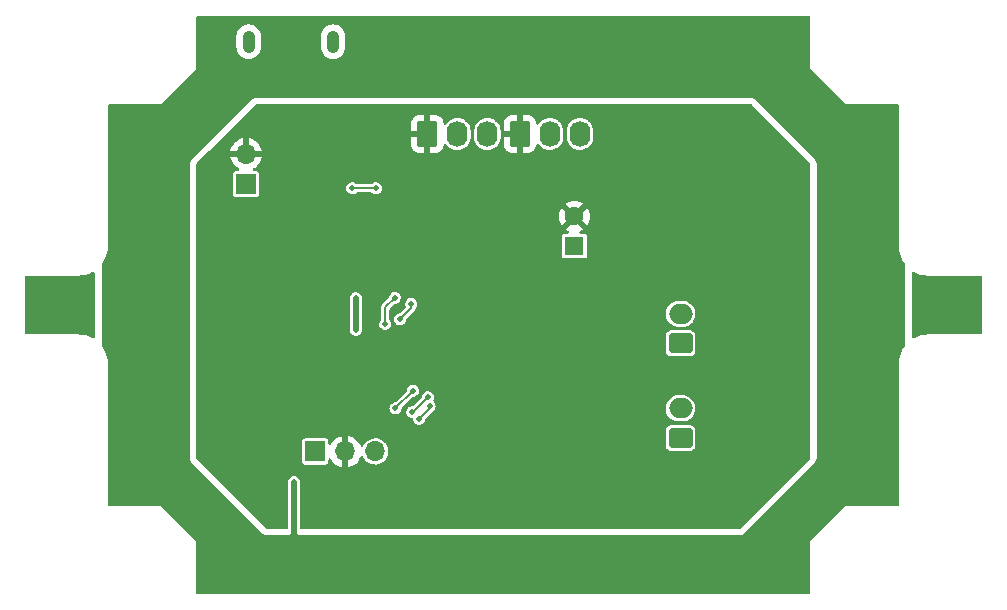
<source format=gbl>
G04 #@! TF.GenerationSoftware,KiCad,Pcbnew,(6.0.7)*
G04 #@! TF.CreationDate,2022-10-27T11:37:51+02:00*
G04 #@! TF.ProjectId,DualValveCon,4475616c-5661-46c7-9665-436f6e2e6b69,rev?*
G04 #@! TF.SameCoordinates,Original*
G04 #@! TF.FileFunction,Copper,L2,Bot*
G04 #@! TF.FilePolarity,Positive*
%FSLAX46Y46*%
G04 Gerber Fmt 4.6, Leading zero omitted, Abs format (unit mm)*
G04 Created by KiCad (PCBNEW (6.0.7)) date 2022-10-27 11:37:51*
%MOMM*%
%LPD*%
G01*
G04 APERTURE LIST*
G04 Aperture macros list*
%AMRoundRect*
0 Rectangle with rounded corners*
0 $1 Rounding radius*
0 $2 $3 $4 $5 $6 $7 $8 $9 X,Y pos of 4 corners*
0 Add a 4 corners polygon primitive as box body*
4,1,4,$2,$3,$4,$5,$6,$7,$8,$9,$2,$3,0*
0 Add four circle primitives for the rounded corners*
1,1,$1+$1,$2,$3*
1,1,$1+$1,$4,$5*
1,1,$1+$1,$6,$7*
1,1,$1+$1,$8,$9*
0 Add four rect primitives between the rounded corners*
20,1,$1+$1,$2,$3,$4,$5,0*
20,1,$1+$1,$4,$5,$6,$7,0*
20,1,$1+$1,$6,$7,$8,$9,0*
20,1,$1+$1,$8,$9,$2,$3,0*%
G04 Aperture macros list end*
G04 #@! TA.AperFunction,ComponentPad*
%ADD10RoundRect,0.250000X0.750000X-0.600000X0.750000X0.600000X-0.750000X0.600000X-0.750000X-0.600000X0*%
G04 #@! TD*
G04 #@! TA.AperFunction,ComponentPad*
%ADD11O,2.000000X1.700000*%
G04 #@! TD*
G04 #@! TA.AperFunction,ComponentPad*
%ADD12RoundRect,0.250000X-0.620000X-0.845000X0.620000X-0.845000X0.620000X0.845000X-0.620000X0.845000X0*%
G04 #@! TD*
G04 #@! TA.AperFunction,ComponentPad*
%ADD13O,1.740000X2.190000*%
G04 #@! TD*
G04 #@! TA.AperFunction,ComponentPad*
%ADD14O,1.050000X1.900000*%
G04 #@! TD*
G04 #@! TA.AperFunction,ComponentPad*
%ADD15R,1.700000X1.700000*%
G04 #@! TD*
G04 #@! TA.AperFunction,ComponentPad*
%ADD16O,1.700000X1.700000*%
G04 #@! TD*
G04 #@! TA.AperFunction,ComponentPad*
%ADD17R,1.600000X1.600000*%
G04 #@! TD*
G04 #@! TA.AperFunction,ComponentPad*
%ADD18C,1.600000*%
G04 #@! TD*
G04 #@! TA.AperFunction,ViaPad*
%ADD19C,0.500000*%
G04 #@! TD*
G04 #@! TA.AperFunction,Conductor*
%ADD20C,0.500000*%
G04 #@! TD*
G04 #@! TA.AperFunction,Conductor*
%ADD21C,0.200000*%
G04 #@! TD*
G04 APERTURE END LIST*
D10*
X175000000Y-98250000D03*
D11*
X175000000Y-95750000D03*
D12*
X161400000Y-72520000D03*
D13*
X163940000Y-72520000D03*
X166480000Y-72520000D03*
D14*
X138425000Y-64700000D03*
X145575000Y-64700000D03*
D10*
X175000000Y-90250000D03*
D11*
X175000000Y-87750000D03*
D15*
X144075000Y-99400000D03*
D16*
X146615000Y-99400000D03*
X149155000Y-99400000D03*
D12*
X153560000Y-72520000D03*
D13*
X156100000Y-72520000D03*
X158640000Y-72520000D03*
D15*
X138225000Y-76750000D03*
D16*
X138225000Y-74210000D03*
D17*
X166000000Y-82000000D03*
D18*
X166000000Y-79500000D03*
D19*
X142000000Y-87750000D03*
X180200000Y-93700000D03*
X146300000Y-79600000D03*
X182700000Y-84700000D03*
X143500000Y-104500000D03*
X195400000Y-86700000D03*
X160425000Y-86350000D03*
X182200000Y-93700000D03*
X180200000Y-94300000D03*
X135400000Y-90200000D03*
X160425000Y-85350000D03*
X144000000Y-96500000D03*
X150700000Y-89700000D03*
X160425000Y-87450000D03*
X141000000Y-105500000D03*
X147200000Y-70400000D03*
X137750000Y-82750000D03*
X125000000Y-87226500D03*
X185600000Y-86700000D03*
X178400000Y-100000000D03*
X147200000Y-71200000D03*
X199400000Y-88700000D03*
X125000000Y-85900000D03*
X149800000Y-85300000D03*
X134800000Y-89100000D03*
X143000000Y-80800000D03*
X143750000Y-87750000D03*
X143750000Y-89750000D03*
X143000000Y-83700000D03*
X138750000Y-99500000D03*
X140600000Y-71400000D03*
X156925000Y-85350000D03*
X195400000Y-85300000D03*
X178200000Y-91800000D03*
X134300000Y-89100000D03*
X124400000Y-85900000D03*
X147500000Y-79750000D03*
X180400000Y-86600000D03*
X179500000Y-96532500D03*
X180400000Y-85400000D03*
X156525000Y-96650000D03*
X179467500Y-88332500D03*
X180200000Y-94900000D03*
X156925000Y-84450000D03*
X160425000Y-88350000D03*
X135100000Y-85700000D03*
X122200000Y-88000000D03*
X134300000Y-87500000D03*
X145000000Y-80750000D03*
X141000000Y-104500000D03*
X146700000Y-72800000D03*
X155325000Y-96650000D03*
X185000000Y-86700000D03*
X143500000Y-105500000D03*
X179467500Y-89232500D03*
X141800000Y-91200000D03*
X141500000Y-71800000D03*
X157925000Y-96650000D03*
X196000000Y-86700000D03*
X156925000Y-87450000D03*
X160025000Y-89950000D03*
X185000000Y-85300000D03*
X140250000Y-93250000D03*
X141500000Y-70400000D03*
X139600000Y-70400000D03*
X196000000Y-85300000D03*
X179500000Y-97300000D03*
X138250000Y-79250000D03*
X185600000Y-85300000D03*
X141800000Y-89700000D03*
X156925000Y-86450000D03*
X134800000Y-87500000D03*
X156925000Y-88450000D03*
X147200000Y-71900000D03*
X124400000Y-87227000D03*
X143000000Y-96500000D03*
X159425000Y-89950000D03*
X193700000Y-88000000D03*
X187800000Y-78800000D03*
X128000000Y-89000000D03*
X149850000Y-68750000D03*
X142252000Y-102500000D03*
X127300000Y-89000000D03*
X132500000Y-85000000D03*
X142252000Y-102000000D03*
X133000000Y-85000000D03*
X137375000Y-70125000D03*
X181800000Y-107000000D03*
X133000000Y-91000000D03*
X147500000Y-89100000D03*
X150300000Y-68300000D03*
X147500000Y-86423500D03*
X181800000Y-106400000D03*
X132000000Y-91000000D03*
X186500000Y-70500000D03*
X187000000Y-70000000D03*
X133000000Y-96100000D03*
X185000000Y-72000000D03*
X186000000Y-71000000D03*
X134000000Y-73000000D03*
X185500000Y-71500000D03*
X193000000Y-88000000D03*
X187175000Y-78825000D03*
X137000000Y-69750000D03*
X153600000Y-94800000D03*
X152288063Y-96061937D03*
X147200000Y-77100000D03*
X149200000Y-77100000D03*
X150000000Y-88600000D03*
X150800000Y-86400000D03*
X152200000Y-86900000D03*
X151250000Y-88200000D03*
X152336937Y-94263063D03*
X150863063Y-95736937D03*
X153750000Y-95550000D03*
X152863063Y-96636937D03*
D20*
X185000000Y-84700000D02*
X185600000Y-85300000D01*
X143943356Y-105056644D02*
X143500000Y-105500000D01*
X143943356Y-105056644D02*
X143500000Y-104613288D01*
X143500000Y-104613288D02*
X143500000Y-104500000D01*
X146615000Y-102385000D02*
X143943356Y-105056644D01*
X185600000Y-86700000D02*
X185000000Y-86700000D01*
X135100000Y-85700000D02*
X135100000Y-87200000D01*
X146615000Y-99400000D02*
X146615000Y-102385000D01*
X135400000Y-90200000D02*
X135400000Y-89700000D01*
X182700000Y-84700000D02*
X185000000Y-84700000D01*
X185000000Y-86700000D02*
X185000000Y-85300000D01*
X135400000Y-89700000D02*
X134800000Y-89100000D01*
X135100000Y-87200000D02*
X134800000Y-87500000D01*
X134800000Y-87500000D02*
X134300000Y-87500000D01*
X134800000Y-89100000D02*
X134300000Y-89100000D01*
X181800000Y-107000000D02*
X182100000Y-107000000D01*
X132500000Y-74500000D02*
X134000000Y-73000000D01*
X181200000Y-107600000D02*
X142300000Y-107600000D01*
X134000000Y-73000000D02*
X134000000Y-72750000D01*
X138000000Y-68750000D02*
X149850000Y-68750000D01*
X187800000Y-78800000D02*
X187800000Y-82800000D01*
X130000000Y-91000000D02*
X128000000Y-89000000D01*
X149850000Y-68750000D02*
X182750000Y-68750000D01*
X142252000Y-102000000D02*
X142252000Y-107552000D01*
X142252000Y-107552000D02*
X142300000Y-107600000D01*
X132000000Y-91000000D02*
X130000000Y-91000000D01*
X137000000Y-69750000D02*
X138000000Y-68750000D01*
X134000000Y-72750000D02*
X137000000Y-69750000D01*
X132500000Y-85000000D02*
X132500000Y-74500000D01*
X182750000Y-68750000D02*
X185500000Y-71500000D01*
X147500000Y-86423500D02*
X147500000Y-89100000D01*
X187800000Y-78800000D02*
X187800000Y-73800000D01*
X182100000Y-107000000D02*
X193000000Y-96100000D01*
X187800000Y-73800000D02*
X185500000Y-71500000D01*
X142300000Y-107600000D02*
X137700000Y-107600000D01*
X128500000Y-89000000D02*
X132500000Y-85000000D01*
X137700000Y-107600000D02*
X131800000Y-101700000D01*
X128000000Y-89000000D02*
X128500000Y-89000000D01*
X131800000Y-91200000D02*
X132000000Y-91000000D01*
X131800000Y-101700000D02*
X131800000Y-91200000D01*
X193000000Y-96100000D02*
X193000000Y-88000000D01*
X187800000Y-82800000D02*
X193000000Y-88000000D01*
X181800000Y-107000000D02*
X181200000Y-107600000D01*
D21*
X152338063Y-96061937D02*
X152288063Y-96061937D01*
X153600000Y-94800000D02*
X152338063Y-96061937D01*
X150000000Y-87200000D02*
X150000000Y-88600000D01*
X149200000Y-77100000D02*
X147200000Y-77100000D01*
X150800000Y-86400000D02*
X150000000Y-87200000D01*
X152200000Y-87250000D02*
X151250000Y-88200000D01*
X152200000Y-86900000D02*
X152200000Y-87250000D01*
X152336937Y-94263063D02*
X150863063Y-95736937D01*
X153750000Y-95550000D02*
X153750000Y-95750000D01*
X153750000Y-95750000D02*
X152863063Y-96636937D01*
G04 #@! TA.AperFunction,Conductor*
G36*
X125345005Y-84204225D02*
G01*
X125390007Y-84259137D01*
X125400000Y-84308313D01*
X125400000Y-89691687D01*
X125379998Y-89759808D01*
X125326342Y-89806301D01*
X125256068Y-89816405D01*
X125208816Y-89799515D01*
X125167889Y-89774774D01*
X124983277Y-89691687D01*
X124894628Y-89651789D01*
X124894622Y-89651787D01*
X124891152Y-89650225D01*
X124601421Y-89559941D01*
X124302919Y-89505238D01*
X124299125Y-89505009D01*
X124299121Y-89505008D01*
X124166717Y-89496999D01*
X124030841Y-89488780D01*
X124017554Y-89487265D01*
X124012552Y-89486424D01*
X124006276Y-89486348D01*
X124004860Y-89486330D01*
X124004857Y-89486330D01*
X124000000Y-89486271D01*
X123974058Y-89489986D01*
X123972376Y-89490227D01*
X123954514Y-89491500D01*
X119634500Y-89491500D01*
X119566379Y-89471498D01*
X119519886Y-89417842D01*
X119508500Y-89365500D01*
X119508500Y-84634500D01*
X119528502Y-84566379D01*
X119582158Y-84519886D01*
X119634500Y-84508500D01*
X123946750Y-84508500D01*
X123967655Y-84510246D01*
X123982656Y-84512770D01*
X123982659Y-84512770D01*
X123987448Y-84513576D01*
X123993724Y-84513653D01*
X123995141Y-84513670D01*
X123995144Y-84513670D01*
X124000000Y-84513729D01*
X124004810Y-84513040D01*
X124007237Y-84512882D01*
X124012933Y-84512303D01*
X124299122Y-84494992D01*
X124299127Y-84494991D01*
X124302919Y-84494762D01*
X124601421Y-84440059D01*
X124891152Y-84349775D01*
X124894622Y-84348213D01*
X124894628Y-84348211D01*
X125029520Y-84287501D01*
X125167889Y-84225226D01*
X125208816Y-84200485D01*
X125277459Y-84182360D01*
X125345005Y-84204225D01*
G37*
G04 #@! TD.AperFunction*
G04 #@! TA.AperFunction,Conductor*
G36*
X185942121Y-62528502D02*
G01*
X185988614Y-62582158D01*
X186000000Y-62634500D01*
X186000000Y-67000000D01*
X189000000Y-70000000D01*
X193365500Y-70000000D01*
X193433621Y-70020002D01*
X193480114Y-70073658D01*
X193491500Y-70126000D01*
X193491500Y-81950633D01*
X193490000Y-81970018D01*
X193487690Y-81984851D01*
X193487690Y-81984855D01*
X193486309Y-81993724D01*
X193487130Y-82000000D01*
X193486915Y-82000000D01*
X193505238Y-82302919D01*
X193559941Y-82601421D01*
X193650225Y-82891152D01*
X193774774Y-83167889D01*
X193931772Y-83427595D01*
X193934124Y-83430597D01*
X193934126Y-83430600D01*
X193973185Y-83480455D01*
X193999451Y-83546414D01*
X194000000Y-83558161D01*
X194000000Y-90441839D01*
X193979998Y-90509960D01*
X193973185Y-90519545D01*
X193931772Y-90572405D01*
X193774774Y-90832111D01*
X193650225Y-91108848D01*
X193559941Y-91398579D01*
X193505238Y-91697081D01*
X193505009Y-91700871D01*
X193505008Y-91700877D01*
X193488279Y-91977454D01*
X193487718Y-91982655D01*
X193487711Y-91983272D01*
X193487875Y-91983669D01*
X193486309Y-91993724D01*
X193486983Y-91998878D01*
X193486915Y-92000000D01*
X193487130Y-92000000D01*
X193488122Y-92007587D01*
X193490436Y-92025283D01*
X193491500Y-92041620D01*
X193491500Y-103874000D01*
X193471498Y-103942121D01*
X193417842Y-103988614D01*
X193365500Y-104000000D01*
X189000000Y-104000000D01*
X186000000Y-107000000D01*
X186000000Y-111365500D01*
X185979998Y-111433621D01*
X185926342Y-111480114D01*
X185874000Y-111491500D01*
X134126000Y-111491500D01*
X134057879Y-111471498D01*
X134011386Y-111417842D01*
X134000000Y-111365500D01*
X134000000Y-107000000D01*
X131000000Y-104000000D01*
X126634500Y-104000000D01*
X126566379Y-103979998D01*
X126519886Y-103926342D01*
X126508500Y-103874000D01*
X126508500Y-99947810D01*
X133486500Y-99947810D01*
X133489441Y-100002692D01*
X133492320Y-100029475D01*
X133492588Y-100031132D01*
X133492590Y-100031143D01*
X133500125Y-100077640D01*
X133500126Y-100077645D01*
X133501116Y-100083752D01*
X133503278Y-100089549D01*
X133503279Y-100089552D01*
X133531306Y-100164692D01*
X133552194Y-100220693D01*
X133586220Y-100283005D01*
X133588915Y-100286605D01*
X133671109Y-100396402D01*
X133671113Y-100396406D01*
X133673806Y-100400004D01*
X139599996Y-106326194D01*
X139640877Y-106362917D01*
X139661851Y-106379820D01*
X139663224Y-106380810D01*
X139701430Y-106408362D01*
X139701435Y-106408365D01*
X139706451Y-106411982D01*
X139839400Y-106472698D01*
X139863154Y-106479673D01*
X139903198Y-106491431D01*
X139903202Y-106491432D01*
X139907521Y-106492700D01*
X139911970Y-106493340D01*
X139911976Y-106493341D01*
X140047743Y-106512861D01*
X140047748Y-106512861D01*
X140052190Y-106513500D01*
X141621500Y-106513500D01*
X141624846Y-106513140D01*
X141624851Y-106513140D01*
X141727285Y-106502128D01*
X141727292Y-106502127D01*
X141730649Y-106501766D01*
X141743898Y-106498884D01*
X141779710Y-106491094D01*
X141779715Y-106491093D01*
X141782991Y-106490380D01*
X141887157Y-106455710D01*
X142010112Y-106376692D01*
X142026010Y-106362917D01*
X142060375Y-106333139D01*
X142063768Y-106330199D01*
X142159482Y-106219739D01*
X142162242Y-106222131D01*
X142202752Y-106187022D01*
X142273025Y-106176911D01*
X142337608Y-106206397D01*
X142361103Y-106233508D01*
X142375967Y-106256636D01*
X142379808Y-106262612D01*
X142426301Y-106316268D01*
X142429694Y-106319208D01*
X142529950Y-106406081D01*
X142529953Y-106406083D01*
X142536761Y-106411982D01*
X142669710Y-106472698D01*
X142693464Y-106479673D01*
X142733508Y-106491431D01*
X142733512Y-106491432D01*
X142737831Y-106492700D01*
X142742280Y-106493340D01*
X142742286Y-106493341D01*
X142878053Y-106512861D01*
X142878058Y-106512861D01*
X142882500Y-106513500D01*
X179947810Y-106513500D01*
X179974385Y-106512076D01*
X180000999Y-106510650D01*
X180001009Y-106510649D01*
X180002692Y-106510559D01*
X180029475Y-106507680D01*
X180031132Y-106507412D01*
X180031143Y-106507410D01*
X180077640Y-106499875D01*
X180077645Y-106499874D01*
X180083752Y-106498884D01*
X180089549Y-106496722D01*
X180089552Y-106496721D01*
X180216479Y-106449378D01*
X180216481Y-106449377D01*
X180220693Y-106447806D01*
X180283005Y-106413780D01*
X180327047Y-106380810D01*
X180396402Y-106328891D01*
X180396406Y-106328887D01*
X180400004Y-106326194D01*
X186326194Y-100400004D01*
X186362917Y-100359123D01*
X186379820Y-100338149D01*
X186384034Y-100332306D01*
X186408362Y-100298570D01*
X186408365Y-100298565D01*
X186411982Y-100293549D01*
X186472698Y-100160600D01*
X186492700Y-100092479D01*
X186494834Y-100077640D01*
X186512861Y-99952257D01*
X186512861Y-99952252D01*
X186513500Y-99947810D01*
X186513500Y-75052190D01*
X186510559Y-74997308D01*
X186507680Y-74970525D01*
X186507410Y-74968857D01*
X186499875Y-74922360D01*
X186499874Y-74922355D01*
X186498884Y-74916248D01*
X186494017Y-74903198D01*
X186449378Y-74783521D01*
X186449377Y-74783519D01*
X186447806Y-74779307D01*
X186413780Y-74716995D01*
X186372499Y-74661851D01*
X186328891Y-74603598D01*
X186328887Y-74603594D01*
X186326194Y-74599996D01*
X181400004Y-69673806D01*
X181359123Y-69637083D01*
X181338149Y-69620180D01*
X181332306Y-69615966D01*
X181298570Y-69591638D01*
X181298565Y-69591635D01*
X181293549Y-69588018D01*
X181160600Y-69527302D01*
X181136846Y-69520327D01*
X181096802Y-69508569D01*
X181096798Y-69508568D01*
X181092479Y-69507300D01*
X181088030Y-69506660D01*
X181088024Y-69506659D01*
X180952257Y-69487139D01*
X180952252Y-69487139D01*
X180947810Y-69486500D01*
X139052190Y-69486500D01*
X139025615Y-69487924D01*
X138999001Y-69489350D01*
X138998991Y-69489351D01*
X138997308Y-69489441D01*
X138970525Y-69492320D01*
X138968868Y-69492588D01*
X138968857Y-69492590D01*
X138922360Y-69500125D01*
X138922355Y-69500126D01*
X138916248Y-69501116D01*
X138910451Y-69503278D01*
X138910448Y-69503279D01*
X138783521Y-69550622D01*
X138783519Y-69550623D01*
X138779307Y-69552194D01*
X138716995Y-69586220D01*
X138713395Y-69588915D01*
X138603598Y-69671109D01*
X138603594Y-69671113D01*
X138599996Y-69673806D01*
X133673806Y-74599996D01*
X133637083Y-74640877D01*
X133620180Y-74661851D01*
X133619190Y-74663224D01*
X133591638Y-74701430D01*
X133591635Y-74701435D01*
X133588018Y-74706451D01*
X133527302Y-74839400D01*
X133507300Y-74907521D01*
X133506660Y-74911970D01*
X133506659Y-74911976D01*
X133494147Y-74999001D01*
X133486500Y-75052190D01*
X133486500Y-99947810D01*
X126508500Y-99947810D01*
X126508500Y-92053250D01*
X126510246Y-92032345D01*
X126512770Y-92017344D01*
X126512770Y-92017341D01*
X126513576Y-92012552D01*
X126513729Y-92000000D01*
X126513040Y-91995190D01*
X126512882Y-91992763D01*
X126512303Y-91987067D01*
X126494992Y-91700878D01*
X126494991Y-91700873D01*
X126494762Y-91697081D01*
X126440059Y-91398579D01*
X126349775Y-91108848D01*
X126225226Y-90832111D01*
X126068228Y-90572405D01*
X126026815Y-90519545D01*
X126000549Y-90453586D01*
X126000000Y-90441839D01*
X126000000Y-83558161D01*
X126020002Y-83490040D01*
X126026815Y-83480455D01*
X126065874Y-83430600D01*
X126065876Y-83430597D01*
X126068228Y-83427595D01*
X126225226Y-83167889D01*
X126349775Y-82891152D01*
X126440059Y-82601421D01*
X126494762Y-82302919D01*
X126511220Y-82030841D01*
X126512735Y-82017554D01*
X126513576Y-82012552D01*
X126513729Y-82000000D01*
X126509773Y-81972376D01*
X126508500Y-81954514D01*
X126508500Y-70126000D01*
X126528502Y-70057879D01*
X126582158Y-70011386D01*
X126634500Y-70000000D01*
X131000000Y-70000000D01*
X134000000Y-67000000D01*
X134000000Y-65176004D01*
X137391500Y-65176004D01*
X137406277Y-65326713D01*
X137464858Y-65520742D01*
X137560010Y-65699698D01*
X137688110Y-65856763D01*
X137692857Y-65860690D01*
X137692859Y-65860692D01*
X137839528Y-65982027D01*
X137839531Y-65982029D01*
X137844278Y-65985956D01*
X138022565Y-66082356D01*
X138119372Y-66112323D01*
X138210293Y-66140468D01*
X138210296Y-66140469D01*
X138216180Y-66142290D01*
X138222305Y-66142934D01*
X138222306Y-66142934D01*
X138411622Y-66162832D01*
X138411623Y-66162832D01*
X138417750Y-66163476D01*
X138513256Y-66154784D01*
X138613457Y-66145665D01*
X138613460Y-66145664D01*
X138619596Y-66145106D01*
X138625502Y-66143368D01*
X138625506Y-66143367D01*
X138808120Y-66089620D01*
X138808119Y-66089620D01*
X138814029Y-66087881D01*
X138819486Y-66085028D01*
X138819489Y-66085027D01*
X138903837Y-66040931D01*
X138993645Y-65993981D01*
X139151601Y-65866981D01*
X139281881Y-65711719D01*
X139284845Y-65706327D01*
X139284848Y-65706323D01*
X139376556Y-65539506D01*
X139379523Y-65534109D01*
X139440807Y-65340916D01*
X139441739Y-65332615D01*
X139458107Y-65186683D01*
X139458500Y-65183183D01*
X139458500Y-65176004D01*
X144541500Y-65176004D01*
X144556277Y-65326713D01*
X144614858Y-65520742D01*
X144710010Y-65699698D01*
X144838110Y-65856763D01*
X144842857Y-65860690D01*
X144842859Y-65860692D01*
X144989528Y-65982027D01*
X144989531Y-65982029D01*
X144994278Y-65985956D01*
X145172565Y-66082356D01*
X145269372Y-66112323D01*
X145360293Y-66140468D01*
X145360296Y-66140469D01*
X145366180Y-66142290D01*
X145372305Y-66142934D01*
X145372306Y-66142934D01*
X145561622Y-66162832D01*
X145561623Y-66162832D01*
X145567750Y-66163476D01*
X145663256Y-66154784D01*
X145763457Y-66145665D01*
X145763460Y-66145664D01*
X145769596Y-66145106D01*
X145775502Y-66143368D01*
X145775506Y-66143367D01*
X145958120Y-66089620D01*
X145958119Y-66089620D01*
X145964029Y-66087881D01*
X145969486Y-66085028D01*
X145969489Y-66085027D01*
X146053837Y-66040931D01*
X146143645Y-65993981D01*
X146301601Y-65866981D01*
X146431881Y-65711719D01*
X146434845Y-65706327D01*
X146434848Y-65706323D01*
X146526556Y-65539506D01*
X146529523Y-65534109D01*
X146590807Y-65340916D01*
X146591739Y-65332615D01*
X146608107Y-65186683D01*
X146608500Y-65183183D01*
X146608500Y-64223996D01*
X146593723Y-64073287D01*
X146535142Y-63879258D01*
X146439990Y-63700302D01*
X146311890Y-63543237D01*
X146294874Y-63529160D01*
X146160472Y-63417973D01*
X146160469Y-63417971D01*
X146155722Y-63414044D01*
X145977435Y-63317644D01*
X145880628Y-63287677D01*
X145789707Y-63259532D01*
X145789704Y-63259531D01*
X145783820Y-63257710D01*
X145777695Y-63257066D01*
X145777694Y-63257066D01*
X145588378Y-63237168D01*
X145588377Y-63237168D01*
X145582250Y-63236524D01*
X145498986Y-63244102D01*
X145386543Y-63254335D01*
X145386540Y-63254336D01*
X145380404Y-63254894D01*
X145374498Y-63256632D01*
X145374494Y-63256633D01*
X145233091Y-63298251D01*
X145185971Y-63312119D01*
X145180514Y-63314972D01*
X145180511Y-63314973D01*
X145096163Y-63359069D01*
X145006355Y-63406019D01*
X144848399Y-63533019D01*
X144718119Y-63688281D01*
X144715155Y-63693673D01*
X144715152Y-63693677D01*
X144714136Y-63695526D01*
X144620477Y-63865891D01*
X144559193Y-64059084D01*
X144558507Y-64065201D01*
X144558506Y-64065205D01*
X144556912Y-64079420D01*
X144541500Y-64216817D01*
X144541500Y-65176004D01*
X139458500Y-65176004D01*
X139458500Y-64223996D01*
X139443723Y-64073287D01*
X139385142Y-63879258D01*
X139289990Y-63700302D01*
X139161890Y-63543237D01*
X139144874Y-63529160D01*
X139010472Y-63417973D01*
X139010469Y-63417971D01*
X139005722Y-63414044D01*
X138827435Y-63317644D01*
X138730628Y-63287677D01*
X138639707Y-63259532D01*
X138639704Y-63259531D01*
X138633820Y-63257710D01*
X138627695Y-63257066D01*
X138627694Y-63257066D01*
X138438378Y-63237168D01*
X138438377Y-63237168D01*
X138432250Y-63236524D01*
X138348986Y-63244102D01*
X138236543Y-63254335D01*
X138236540Y-63254336D01*
X138230404Y-63254894D01*
X138224498Y-63256632D01*
X138224494Y-63256633D01*
X138083091Y-63298251D01*
X138035971Y-63312119D01*
X138030514Y-63314972D01*
X138030511Y-63314973D01*
X137946163Y-63359069D01*
X137856355Y-63406019D01*
X137698399Y-63533019D01*
X137568119Y-63688281D01*
X137565155Y-63693673D01*
X137565152Y-63693677D01*
X137564136Y-63695526D01*
X137470477Y-63865891D01*
X137409193Y-64059084D01*
X137408507Y-64065201D01*
X137408506Y-64065205D01*
X137406912Y-64079420D01*
X137391500Y-64216817D01*
X137391500Y-65176004D01*
X134000000Y-65176004D01*
X134000000Y-62634500D01*
X134020002Y-62566379D01*
X134073658Y-62519886D01*
X134126000Y-62508500D01*
X185874000Y-62508500D01*
X185942121Y-62528502D01*
G37*
G04 #@! TD.AperFunction*
G04 #@! TA.AperFunction,Conductor*
G36*
X194791184Y-84200485D02*
G01*
X194832111Y-84225226D01*
X194970479Y-84287500D01*
X195105372Y-84348211D01*
X195105378Y-84348213D01*
X195108848Y-84349775D01*
X195398579Y-84440059D01*
X195697081Y-84494762D01*
X195700875Y-84494991D01*
X195700879Y-84494992D01*
X195833283Y-84503001D01*
X195969159Y-84511220D01*
X195982446Y-84512735D01*
X195987448Y-84513576D01*
X195993724Y-84513653D01*
X195995140Y-84513670D01*
X195995143Y-84513670D01*
X196000000Y-84513729D01*
X196027624Y-84509773D01*
X196045486Y-84508500D01*
X200365500Y-84508500D01*
X200433621Y-84528502D01*
X200480114Y-84582158D01*
X200491500Y-84634500D01*
X200491500Y-89365500D01*
X200471498Y-89433621D01*
X200417842Y-89480114D01*
X200365500Y-89491500D01*
X196053250Y-89491500D01*
X196032345Y-89489754D01*
X196017344Y-89487230D01*
X196017341Y-89487230D01*
X196012552Y-89486424D01*
X196006276Y-89486348D01*
X196004859Y-89486330D01*
X196004856Y-89486330D01*
X196000000Y-89486271D01*
X195995190Y-89486960D01*
X195992763Y-89487118D01*
X195987067Y-89487697D01*
X195700878Y-89505008D01*
X195700873Y-89505009D01*
X195697081Y-89505238D01*
X195398579Y-89559941D01*
X195108848Y-89650225D01*
X195105378Y-89651787D01*
X195105372Y-89651789D01*
X195016723Y-89691687D01*
X194832111Y-89774774D01*
X194791184Y-89799515D01*
X194722541Y-89817640D01*
X194654995Y-89795775D01*
X194609993Y-89740863D01*
X194600000Y-89691687D01*
X194600000Y-84308313D01*
X194620002Y-84240192D01*
X194673658Y-84193699D01*
X194743932Y-84183595D01*
X194791184Y-84200485D01*
G37*
G04 #@! TD.AperFunction*
G04 #@! TA.AperFunction,Conductor*
G36*
X181015931Y-70020002D02*
G01*
X181036905Y-70036905D01*
X185963095Y-74963095D01*
X185997121Y-75025407D01*
X186000000Y-75052190D01*
X186000000Y-99947810D01*
X185979998Y-100015931D01*
X185963095Y-100036905D01*
X180036905Y-105963095D01*
X179974593Y-105997121D01*
X179947810Y-106000000D01*
X142882500Y-106000000D01*
X142814379Y-105979998D01*
X142767886Y-105926342D01*
X142756500Y-105874000D01*
X142756500Y-102552913D01*
X142758246Y-102532008D01*
X142760729Y-102517247D01*
X142761536Y-102512453D01*
X142761688Y-102500000D01*
X142757773Y-102472662D01*
X142756500Y-102454801D01*
X142756500Y-102052913D01*
X142758246Y-102032008D01*
X142761536Y-102012453D01*
X142761688Y-102000000D01*
X142741201Y-101856948D01*
X142681388Y-101725395D01*
X142675530Y-101718596D01*
X142675527Y-101718592D01*
X142592916Y-101622718D01*
X142592913Y-101622716D01*
X142587056Y-101615918D01*
X142465790Y-101537317D01*
X142401785Y-101518175D01*
X142335938Y-101498482D01*
X142335936Y-101498482D01*
X142327337Y-101495910D01*
X142318363Y-101495855D01*
X142318361Y-101495855D01*
X142255082Y-101495469D01*
X142182827Y-101495028D01*
X142174196Y-101497495D01*
X142174194Y-101497495D01*
X142052509Y-101532272D01*
X142052505Y-101532274D01*
X142043879Y-101534739D01*
X141921661Y-101611853D01*
X141825999Y-101720170D01*
X141764583Y-101850982D01*
X141742350Y-101993773D01*
X141743514Y-102002675D01*
X141743514Y-102002678D01*
X141746436Y-102025019D01*
X141747500Y-102041357D01*
X141747500Y-102450946D01*
X141746000Y-102470331D01*
X141742350Y-102493773D01*
X141743514Y-102502675D01*
X141743514Y-102502678D01*
X141746436Y-102525019D01*
X141747500Y-102541357D01*
X141747500Y-105874000D01*
X141727498Y-105942121D01*
X141673842Y-105988614D01*
X141621500Y-106000000D01*
X140052190Y-106000000D01*
X139984069Y-105979998D01*
X139963095Y-105963095D01*
X134036905Y-100036905D01*
X134002879Y-99974593D01*
X134000000Y-99947810D01*
X134000000Y-98524933D01*
X142970500Y-98524933D01*
X142970501Y-100275066D01*
X142985266Y-100349301D01*
X142992161Y-100359620D01*
X142992162Y-100359622D01*
X143032516Y-100420015D01*
X143041516Y-100433484D01*
X143125699Y-100489734D01*
X143199933Y-100504500D01*
X144074858Y-100504500D01*
X144950066Y-100504499D01*
X144985818Y-100497388D01*
X145012126Y-100492156D01*
X145012128Y-100492155D01*
X145024301Y-100489734D01*
X145034621Y-100482839D01*
X145034622Y-100482838D01*
X145098168Y-100440377D01*
X145108484Y-100433484D01*
X145164734Y-100349301D01*
X145179500Y-100275067D01*
X145179500Y-100103428D01*
X145199502Y-100035307D01*
X145253158Y-99988814D01*
X145323432Y-99978710D01*
X145388012Y-100008204D01*
X145412933Y-100037593D01*
X145512694Y-100200388D01*
X145518777Y-100208699D01*
X145658213Y-100369667D01*
X145665580Y-100376883D01*
X145829434Y-100512916D01*
X145837881Y-100518831D01*
X146021756Y-100626279D01*
X146031042Y-100630729D01*
X146230001Y-100706703D01*
X146239899Y-100709579D01*
X146343250Y-100730606D01*
X146357299Y-100729410D01*
X146361000Y-100719065D01*
X146361000Y-100718517D01*
X146869000Y-100718517D01*
X146873064Y-100732359D01*
X146886478Y-100734393D01*
X146893184Y-100733534D01*
X146903262Y-100731392D01*
X147107255Y-100670191D01*
X147116842Y-100666433D01*
X147308095Y-100572739D01*
X147316945Y-100567464D01*
X147490328Y-100443792D01*
X147498200Y-100437139D01*
X147649052Y-100286812D01*
X147655730Y-100278965D01*
X147780003Y-100106020D01*
X147785313Y-100097183D01*
X147879670Y-99906267D01*
X147883469Y-99896672D01*
X147900066Y-99842047D01*
X147939007Y-99782683D01*
X148003862Y-99753796D01*
X148074038Y-99764558D01*
X148127256Y-99811551D01*
X148135048Y-99825922D01*
X148194377Y-99954616D01*
X148311533Y-100120389D01*
X148456938Y-100262035D01*
X148625720Y-100374812D01*
X148631023Y-100377090D01*
X148631026Y-100377092D01*
X148806921Y-100452662D01*
X148812228Y-100454942D01*
X148885244Y-100471464D01*
X149004579Y-100498467D01*
X149004584Y-100498468D01*
X149010216Y-100499742D01*
X149015987Y-100499969D01*
X149015989Y-100499969D01*
X149075756Y-100502317D01*
X149213053Y-100507712D01*
X149320348Y-100492155D01*
X149408231Y-100479413D01*
X149408236Y-100479412D01*
X149413945Y-100478584D01*
X149419409Y-100476729D01*
X149419414Y-100476728D01*
X149600693Y-100415192D01*
X149600698Y-100415190D01*
X149606165Y-100413334D01*
X149783276Y-100314147D01*
X149822969Y-100281135D01*
X149910696Y-100208172D01*
X149939345Y-100184345D01*
X150004488Y-100106020D01*
X150065453Y-100032718D01*
X150065455Y-100032715D01*
X150069147Y-100028276D01*
X150168334Y-99851165D01*
X150170190Y-99845698D01*
X150170192Y-99845693D01*
X150231728Y-99664414D01*
X150231729Y-99664409D01*
X150233584Y-99658945D01*
X150234412Y-99653236D01*
X150234413Y-99653231D01*
X150262179Y-99461727D01*
X150262712Y-99458053D01*
X150264232Y-99400000D01*
X150245658Y-99197859D01*
X150244090Y-99192299D01*
X150192125Y-99008046D01*
X150192124Y-99008044D01*
X150190557Y-99002487D01*
X150172980Y-98966843D01*
X150138910Y-98897756D01*
X173745500Y-98897756D01*
X173752202Y-98959448D01*
X173754974Y-98966841D01*
X173754974Y-98966843D01*
X173768336Y-99002487D01*
X173802929Y-99094764D01*
X173808309Y-99101943D01*
X173808311Y-99101946D01*
X173858849Y-99169378D01*
X173889596Y-99210404D01*
X173896776Y-99215785D01*
X173998054Y-99291689D01*
X173998057Y-99291691D01*
X174005236Y-99297071D01*
X174094954Y-99330704D01*
X174133157Y-99345026D01*
X174133159Y-99345026D01*
X174140552Y-99347798D01*
X174148402Y-99348651D01*
X174148403Y-99348651D01*
X174198847Y-99354131D01*
X174202244Y-99354500D01*
X175797756Y-99354500D01*
X175801153Y-99354131D01*
X175851597Y-99348651D01*
X175851598Y-99348651D01*
X175859448Y-99347798D01*
X175866841Y-99345026D01*
X175866843Y-99345026D01*
X175905046Y-99330704D01*
X175994764Y-99297071D01*
X176001943Y-99291691D01*
X176001946Y-99291689D01*
X176103224Y-99215785D01*
X176110404Y-99210404D01*
X176141151Y-99169378D01*
X176191689Y-99101946D01*
X176191691Y-99101943D01*
X176197071Y-99094764D01*
X176231664Y-99002487D01*
X176245026Y-98966843D01*
X176245026Y-98966841D01*
X176247798Y-98959448D01*
X176254500Y-98897756D01*
X176254500Y-97602244D01*
X176247798Y-97540552D01*
X176197071Y-97405236D01*
X176191691Y-97398057D01*
X176191689Y-97398054D01*
X176115785Y-97296776D01*
X176110404Y-97289596D01*
X176089977Y-97274287D01*
X176001946Y-97208311D01*
X176001943Y-97208309D01*
X175994764Y-97202929D01*
X175905046Y-97169296D01*
X175866843Y-97154974D01*
X175866841Y-97154974D01*
X175859448Y-97152202D01*
X175851598Y-97151349D01*
X175851597Y-97151349D01*
X175801153Y-97145869D01*
X175801152Y-97145869D01*
X175797756Y-97145500D01*
X174202244Y-97145500D01*
X174198848Y-97145869D01*
X174198847Y-97145869D01*
X174148403Y-97151349D01*
X174148402Y-97151349D01*
X174140552Y-97152202D01*
X174133159Y-97154974D01*
X174133157Y-97154974D01*
X174094954Y-97169296D01*
X174005236Y-97202929D01*
X173998057Y-97208309D01*
X173998054Y-97208311D01*
X173910023Y-97274287D01*
X173889596Y-97289596D01*
X173884215Y-97296776D01*
X173808311Y-97398054D01*
X173808309Y-97398057D01*
X173802929Y-97405236D01*
X173752202Y-97540552D01*
X173745500Y-97602244D01*
X173745500Y-98897756D01*
X150138910Y-98897756D01*
X150103331Y-98825609D01*
X150100776Y-98820428D01*
X150086897Y-98801841D01*
X150027761Y-98722649D01*
X149979320Y-98657779D01*
X149830258Y-98519987D01*
X149825375Y-98516906D01*
X149825371Y-98516903D01*
X149663464Y-98414748D01*
X149658581Y-98411667D01*
X149470039Y-98336446D01*
X149464379Y-98335320D01*
X149464375Y-98335319D01*
X149276613Y-98297971D01*
X149276610Y-98297971D01*
X149270946Y-98296844D01*
X149265171Y-98296768D01*
X149265167Y-98296768D01*
X149163793Y-98295441D01*
X149067971Y-98294187D01*
X149062274Y-98295166D01*
X149062273Y-98295166D01*
X148974397Y-98310266D01*
X148867910Y-98328564D01*
X148677463Y-98398824D01*
X148503010Y-98502612D01*
X148498670Y-98506418D01*
X148498666Y-98506421D01*
X148354733Y-98632648D01*
X148350392Y-98636455D01*
X148224720Y-98795869D01*
X148222031Y-98800980D01*
X148222029Y-98800983D01*
X148132589Y-98970980D01*
X148083170Y-99021952D01*
X148014037Y-99038115D01*
X147947141Y-99014336D01*
X147907003Y-98959973D01*
X147904955Y-98960863D01*
X147817972Y-98760814D01*
X147813105Y-98751739D01*
X147697426Y-98572926D01*
X147691136Y-98564757D01*
X147547806Y-98407240D01*
X147540273Y-98400215D01*
X147373139Y-98268222D01*
X147364552Y-98262517D01*
X147178117Y-98159599D01*
X147168705Y-98155369D01*
X146967959Y-98084280D01*
X146957988Y-98081646D01*
X146886837Y-98068972D01*
X146873540Y-98070432D01*
X146869000Y-98084989D01*
X146869000Y-100718517D01*
X146361000Y-100718517D01*
X146361000Y-98083102D01*
X146357082Y-98069758D01*
X146342806Y-98067771D01*
X146304324Y-98073660D01*
X146294288Y-98076051D01*
X146091868Y-98142212D01*
X146082359Y-98146209D01*
X145893463Y-98244542D01*
X145884738Y-98250036D01*
X145714433Y-98377905D01*
X145706726Y-98384748D01*
X145559590Y-98538717D01*
X145553104Y-98546727D01*
X145433098Y-98722649D01*
X145428000Y-98731623D01*
X145419787Y-98749316D01*
X145372963Y-98802683D01*
X145304720Y-98822264D01*
X145236724Y-98801841D01*
X145190564Y-98747899D01*
X145179499Y-98696266D01*
X145179499Y-98524934D01*
X145164734Y-98450699D01*
X145138654Y-98411667D01*
X145115377Y-98376832D01*
X145108484Y-98366516D01*
X145024301Y-98310266D01*
X144950067Y-98295500D01*
X144075142Y-98295500D01*
X143199934Y-98295501D01*
X143164182Y-98302612D01*
X143137874Y-98307844D01*
X143137872Y-98307845D01*
X143125699Y-98310266D01*
X143115379Y-98317161D01*
X143115378Y-98317162D01*
X143054985Y-98357516D01*
X143041516Y-98366516D01*
X142985266Y-98450699D01*
X142970500Y-98524933D01*
X134000000Y-98524933D01*
X134000000Y-95730710D01*
X150353413Y-95730710D01*
X150354577Y-95739612D01*
X150354577Y-95739615D01*
X150367923Y-95841670D01*
X150372151Y-95874002D01*
X150430352Y-96006276D01*
X150523339Y-96116897D01*
X150530810Y-96121870D01*
X150530811Y-96121871D01*
X150636164Y-96192000D01*
X150636166Y-96192001D01*
X150643637Y-96196974D01*
X150652201Y-96199650D01*
X150652204Y-96199651D01*
X150691328Y-96211874D01*
X150781573Y-96240069D01*
X150926061Y-96242717D01*
X150945593Y-96237392D01*
X151056826Y-96207067D01*
X151056828Y-96207066D01*
X151065485Y-96204706D01*
X151188635Y-96129091D01*
X151255057Y-96055710D01*
X151778413Y-96055710D01*
X151779577Y-96064612D01*
X151779577Y-96064615D01*
X151788619Y-96133760D01*
X151797151Y-96199002D01*
X151855352Y-96331276D01*
X151861126Y-96338145D01*
X151903968Y-96389111D01*
X151948339Y-96441897D01*
X151955810Y-96446870D01*
X151955811Y-96446871D01*
X152061164Y-96517000D01*
X152061166Y-96517001D01*
X152068637Y-96521974D01*
X152077201Y-96524650D01*
X152077204Y-96524651D01*
X152137605Y-96543522D01*
X152206573Y-96565069D01*
X152215544Y-96565233D01*
X152215548Y-96565234D01*
X152236614Y-96565620D01*
X152304356Y-96586868D01*
X152349857Y-96641367D01*
X152359239Y-96675262D01*
X152372151Y-96774002D01*
X152430352Y-96906276D01*
X152523339Y-97016897D01*
X152530810Y-97021870D01*
X152530811Y-97021871D01*
X152636164Y-97092000D01*
X152636166Y-97092001D01*
X152643637Y-97096974D01*
X152652201Y-97099650D01*
X152652204Y-97099651D01*
X152712605Y-97118521D01*
X152781573Y-97140069D01*
X152926061Y-97142717D01*
X152945593Y-97137392D01*
X153056826Y-97107067D01*
X153056828Y-97107066D01*
X153065485Y-97104706D01*
X153188635Y-97029091D01*
X153285614Y-96921951D01*
X153348623Y-96791899D01*
X153370095Y-96664275D01*
X153405254Y-96596085D01*
X153964423Y-96036916D01*
X153979909Y-96024408D01*
X153983134Y-96021474D01*
X153991882Y-96015825D01*
X154011003Y-95991570D01*
X154014580Y-95987545D01*
X154014479Y-95987460D01*
X154015242Y-95986560D01*
X154016141Y-95985789D01*
X154020858Y-95980481D01*
X154021494Y-95979845D01*
X154022221Y-95980572D01*
X154045421Y-95960666D01*
X154075572Y-95942154D01*
X154172551Y-95835014D01*
X154218771Y-95739615D01*
X154231645Y-95713043D01*
X154231645Y-95713042D01*
X154235560Y-95704962D01*
X154237101Y-95695800D01*
X173741801Y-95695800D01*
X173751545Y-95906333D01*
X173752949Y-95912158D01*
X173785407Y-96046838D01*
X173800924Y-96111226D01*
X173803406Y-96116684D01*
X173803407Y-96116688D01*
X173841129Y-96199651D01*
X173888157Y-96303084D01*
X174010096Y-96474986D01*
X174162340Y-96620728D01*
X174167375Y-96623979D01*
X174334360Y-96731800D01*
X174334363Y-96731801D01*
X174339397Y-96735052D01*
X174534878Y-96813834D01*
X174657688Y-96837817D01*
X174737283Y-96853361D01*
X174737286Y-96853361D01*
X174741729Y-96854229D01*
X174747270Y-96854500D01*
X175202659Y-96854500D01*
X175359806Y-96839507D01*
X175562042Y-96780177D01*
X175645304Y-96737294D01*
X175744079Y-96686422D01*
X175744082Y-96686420D01*
X175749410Y-96683676D01*
X175816839Y-96630710D01*
X175910432Y-96557192D01*
X175910436Y-96557188D01*
X175915149Y-96553486D01*
X175979674Y-96479128D01*
X176049350Y-96398835D01*
X176049354Y-96398830D01*
X176053281Y-96394304D01*
X176158819Y-96211874D01*
X176227957Y-96012778D01*
X176231759Y-95986560D01*
X176257338Y-95810140D01*
X176257338Y-95810137D01*
X176258199Y-95804200D01*
X176248455Y-95593667D01*
X176240933Y-95562453D01*
X176200482Y-95394607D01*
X176200481Y-95394605D01*
X176199076Y-95388774D01*
X176183957Y-95355520D01*
X176144432Y-95268592D01*
X176111843Y-95196916D01*
X175989904Y-95025014D01*
X175837660Y-94879272D01*
X175776950Y-94840072D01*
X175665640Y-94768200D01*
X175665637Y-94768199D01*
X175660603Y-94764948D01*
X175465122Y-94686166D01*
X175315505Y-94656948D01*
X175262717Y-94646639D01*
X175262714Y-94646639D01*
X175258271Y-94645771D01*
X175252730Y-94645500D01*
X174797341Y-94645500D01*
X174640194Y-94660493D01*
X174437958Y-94719823D01*
X174432619Y-94722573D01*
X174255921Y-94813578D01*
X174255918Y-94813580D01*
X174250590Y-94816324D01*
X174199672Y-94856321D01*
X174089568Y-94942808D01*
X174089564Y-94942812D01*
X174084851Y-94946514D01*
X174080920Y-94951044D01*
X174080919Y-94951045D01*
X173950650Y-95101165D01*
X173950646Y-95101170D01*
X173946719Y-95105696D01*
X173841181Y-95288126D01*
X173772043Y-95487222D01*
X173771183Y-95493155D01*
X173771182Y-95493158D01*
X173745687Y-95668999D01*
X173741801Y-95695800D01*
X154237101Y-95695800D01*
X154259536Y-95562453D01*
X154259688Y-95550000D01*
X154247548Y-95465232D01*
X154240474Y-95415835D01*
X154240473Y-95415833D01*
X154239201Y-95406948D01*
X154179388Y-95275395D01*
X154173530Y-95268596D01*
X154173527Y-95268592D01*
X154090914Y-95172717D01*
X154085056Y-95165918D01*
X154083571Y-95164955D01*
X154047336Y-95108158D01*
X154047573Y-95037162D01*
X154054958Y-95018125D01*
X154081645Y-94963043D01*
X154081645Y-94963042D01*
X154085560Y-94954962D01*
X154109536Y-94812453D01*
X154109688Y-94800000D01*
X154093707Y-94688408D01*
X154090474Y-94665835D01*
X154090473Y-94665833D01*
X154089201Y-94656948D01*
X154029388Y-94525395D01*
X154023530Y-94518596D01*
X154023527Y-94518592D01*
X153940916Y-94422718D01*
X153940913Y-94422716D01*
X153935056Y-94415918D01*
X153813790Y-94337317D01*
X153796921Y-94332272D01*
X153683938Y-94298482D01*
X153683936Y-94298482D01*
X153675337Y-94295910D01*
X153666363Y-94295855D01*
X153666361Y-94295855D01*
X153603082Y-94295469D01*
X153530827Y-94295028D01*
X153522196Y-94297495D01*
X153522194Y-94297495D01*
X153400509Y-94332272D01*
X153400505Y-94332274D01*
X153391879Y-94334739D01*
X153269661Y-94411853D01*
X153173999Y-94520170D01*
X153170185Y-94528293D01*
X153170184Y-94528295D01*
X153157772Y-94554733D01*
X153112583Y-94650982D01*
X153111203Y-94659846D01*
X153111202Y-94659849D01*
X153093995Y-94770362D01*
X153063751Y-94834595D01*
X153058590Y-94840072D01*
X152378176Y-95520486D01*
X152315864Y-95554512D01*
X152288314Y-95557389D01*
X152218890Y-95556965D01*
X152210259Y-95559432D01*
X152210257Y-95559432D01*
X152088572Y-95594209D01*
X152088568Y-95594211D01*
X152079942Y-95596676D01*
X152072355Y-95601463D01*
X152072353Y-95601464D01*
X151995473Y-95649972D01*
X151957724Y-95673790D01*
X151951781Y-95680519D01*
X151951780Y-95680520D01*
X151890957Y-95749390D01*
X151862062Y-95782107D01*
X151858248Y-95790230D01*
X151858247Y-95790232D01*
X151841016Y-95826933D01*
X151800646Y-95912919D01*
X151799266Y-95921783D01*
X151799265Y-95921786D01*
X151783287Y-96024408D01*
X151778413Y-96055710D01*
X151255057Y-96055710D01*
X151285614Y-96021951D01*
X151327498Y-95935502D01*
X151344708Y-95899980D01*
X151344708Y-95899979D01*
X151348623Y-95891899D01*
X151370095Y-95764275D01*
X151405254Y-95696085D01*
X152295845Y-94805494D01*
X152358157Y-94771468D01*
X152387249Y-94768610D01*
X152399935Y-94768843D01*
X152414222Y-94764948D01*
X152530700Y-94733193D01*
X152530702Y-94733192D01*
X152539359Y-94730832D01*
X152662509Y-94655217D01*
X152670274Y-94646639D01*
X152753463Y-94554733D01*
X152759488Y-94548077D01*
X152822497Y-94418025D01*
X152846473Y-94275516D01*
X152846625Y-94263063D01*
X152826138Y-94120011D01*
X152766325Y-93988458D01*
X152760467Y-93981659D01*
X152760464Y-93981655D01*
X152677853Y-93885781D01*
X152677850Y-93885779D01*
X152671993Y-93878981D01*
X152550727Y-93800380D01*
X152533858Y-93795335D01*
X152420875Y-93761545D01*
X152420873Y-93761545D01*
X152412274Y-93758973D01*
X152403300Y-93758918D01*
X152403298Y-93758918D01*
X152340019Y-93758532D01*
X152267764Y-93758091D01*
X152259133Y-93760558D01*
X152259131Y-93760558D01*
X152137446Y-93795335D01*
X152137442Y-93795337D01*
X152128816Y-93797802D01*
X152006598Y-93874916D01*
X151910936Y-93983233D01*
X151849520Y-94114045D01*
X151830933Y-94233422D01*
X151800689Y-94297654D01*
X151795528Y-94303132D01*
X150903478Y-95195182D01*
X150841166Y-95229208D01*
X150813616Y-95232085D01*
X150805647Y-95232037D01*
X150793890Y-95231965D01*
X150785258Y-95234432D01*
X150663572Y-95269209D01*
X150663568Y-95269211D01*
X150654942Y-95271676D01*
X150647355Y-95276463D01*
X150647353Y-95276464D01*
X150628870Y-95288126D01*
X150532724Y-95348790D01*
X150437062Y-95457107D01*
X150375646Y-95587919D01*
X150374266Y-95596783D01*
X150374265Y-95596786D01*
X150356164Y-95713043D01*
X150353413Y-95730710D01*
X134000000Y-95730710D01*
X134000000Y-90897756D01*
X173745500Y-90897756D01*
X173752202Y-90959448D01*
X173802929Y-91094764D01*
X173808309Y-91101943D01*
X173808311Y-91101946D01*
X173874287Y-91189977D01*
X173889596Y-91210404D01*
X173896776Y-91215785D01*
X173998054Y-91291689D01*
X173998057Y-91291691D01*
X174005236Y-91297071D01*
X174094954Y-91330704D01*
X174133157Y-91345026D01*
X174133159Y-91345026D01*
X174140552Y-91347798D01*
X174148402Y-91348651D01*
X174148403Y-91348651D01*
X174198847Y-91354131D01*
X174202244Y-91354500D01*
X175797756Y-91354500D01*
X175801153Y-91354131D01*
X175851597Y-91348651D01*
X175851598Y-91348651D01*
X175859448Y-91347798D01*
X175866841Y-91345026D01*
X175866843Y-91345026D01*
X175905046Y-91330704D01*
X175994764Y-91297071D01*
X176001943Y-91291691D01*
X176001946Y-91291689D01*
X176103224Y-91215785D01*
X176110404Y-91210404D01*
X176125713Y-91189977D01*
X176191689Y-91101946D01*
X176191691Y-91101943D01*
X176197071Y-91094764D01*
X176247798Y-90959448D01*
X176254500Y-90897756D01*
X176254500Y-89602244D01*
X176254131Y-89598847D01*
X176248651Y-89548403D01*
X176248651Y-89548402D01*
X176247798Y-89540552D01*
X176243227Y-89528357D01*
X176228267Y-89488452D01*
X176197071Y-89405236D01*
X176191691Y-89398057D01*
X176191689Y-89398054D01*
X176115785Y-89296776D01*
X176110404Y-89289596D01*
X176089977Y-89274287D01*
X176001946Y-89208311D01*
X176001943Y-89208309D01*
X175994764Y-89202929D01*
X175900859Y-89167726D01*
X175866843Y-89154974D01*
X175866841Y-89154974D01*
X175859448Y-89152202D01*
X175851598Y-89151349D01*
X175851597Y-89151349D01*
X175801153Y-89145869D01*
X175801152Y-89145869D01*
X175797756Y-89145500D01*
X174202244Y-89145500D01*
X174198848Y-89145869D01*
X174198847Y-89145869D01*
X174148403Y-89151349D01*
X174148402Y-89151349D01*
X174140552Y-89152202D01*
X174133159Y-89154974D01*
X174133157Y-89154974D01*
X174099141Y-89167726D01*
X174005236Y-89202929D01*
X173998057Y-89208309D01*
X173998054Y-89208311D01*
X173910023Y-89274287D01*
X173889596Y-89289596D01*
X173884215Y-89296776D01*
X173808311Y-89398054D01*
X173808309Y-89398057D01*
X173802929Y-89405236D01*
X173771733Y-89488452D01*
X173756774Y-89528357D01*
X173752202Y-89540552D01*
X173751349Y-89548402D01*
X173751349Y-89548403D01*
X173745869Y-89598847D01*
X173745500Y-89602244D01*
X173745500Y-90897756D01*
X134000000Y-90897756D01*
X134000000Y-89093773D01*
X146990350Y-89093773D01*
X146995240Y-89131164D01*
X146995500Y-89133739D01*
X146995500Y-89136226D01*
X146996137Y-89140670D01*
X146996137Y-89140677D01*
X147000011Y-89167726D01*
X147000220Y-89169250D01*
X147001714Y-89180671D01*
X147009088Y-89237065D01*
X147010353Y-89239941D01*
X147010799Y-89243052D01*
X147039154Y-89305417D01*
X147039712Y-89306666D01*
X147067289Y-89369339D01*
X147069312Y-89371745D01*
X147070612Y-89374605D01*
X147097006Y-89405236D01*
X147115247Y-89426406D01*
X147116231Y-89427562D01*
X147160276Y-89479960D01*
X147162894Y-89481702D01*
X147164944Y-89484082D01*
X147222467Y-89521366D01*
X147223478Y-89522030D01*
X147280574Y-89560037D01*
X147283574Y-89560974D01*
X147286210Y-89562683D01*
X147310275Y-89569880D01*
X147351732Y-89582279D01*
X147353202Y-89582729D01*
X147410859Y-89600742D01*
X147410861Y-89600742D01*
X147418510Y-89603132D01*
X147421652Y-89603190D01*
X147424663Y-89604090D01*
X147432670Y-89604139D01*
X147432671Y-89604139D01*
X147447794Y-89604231D01*
X147493118Y-89604508D01*
X147494531Y-89604525D01*
X147562998Y-89605780D01*
X147566032Y-89604953D01*
X147569173Y-89604972D01*
X147576881Y-89602769D01*
X147576882Y-89602769D01*
X147634975Y-89586167D01*
X147636455Y-89585754D01*
X147648390Y-89582500D01*
X147702422Y-89567769D01*
X147705101Y-89566124D01*
X147708121Y-89565261D01*
X147714904Y-89560981D01*
X147714907Y-89560980D01*
X147765992Y-89528748D01*
X147767298Y-89527935D01*
X147818731Y-89496355D01*
X147818733Y-89496353D01*
X147825572Y-89492154D01*
X147827681Y-89489824D01*
X147830339Y-89488147D01*
X147875605Y-89436892D01*
X147876620Y-89435758D01*
X147917161Y-89390970D01*
X147917164Y-89390965D01*
X147922551Y-89385014D01*
X147923922Y-89382184D01*
X147926001Y-89379830D01*
X147955076Y-89317902D01*
X147955679Y-89316636D01*
X147985560Y-89254962D01*
X147986081Y-89251863D01*
X147987417Y-89249018D01*
X147988741Y-89240519D01*
X147997940Y-89181433D01*
X147998173Y-89179995D01*
X148009536Y-89112453D01*
X148009612Y-89106200D01*
X148009629Y-89104860D01*
X148009629Y-89104856D01*
X148009688Y-89100000D01*
X148005773Y-89072662D01*
X148004500Y-89054801D01*
X148004500Y-88593773D01*
X149490350Y-88593773D01*
X149491514Y-88602675D01*
X149491514Y-88602678D01*
X149504651Y-88703132D01*
X149509088Y-88737065D01*
X149567289Y-88869339D01*
X149660276Y-88979960D01*
X149667747Y-88984933D01*
X149667748Y-88984934D01*
X149773101Y-89055063D01*
X149773103Y-89055064D01*
X149780574Y-89060037D01*
X149789138Y-89062713D01*
X149789141Y-89062714D01*
X149849542Y-89081585D01*
X149918510Y-89103132D01*
X150062998Y-89105780D01*
X150084199Y-89100000D01*
X150193763Y-89070130D01*
X150193765Y-89070129D01*
X150202422Y-89067769D01*
X150325572Y-88992154D01*
X150422551Y-88885014D01*
X150485560Y-88754962D01*
X150509536Y-88612453D01*
X150509688Y-88600000D01*
X150494174Y-88491670D01*
X150490474Y-88465835D01*
X150490473Y-88465833D01*
X150489201Y-88456948D01*
X150429388Y-88325395D01*
X150385047Y-88273935D01*
X150355733Y-88209273D01*
X150354646Y-88193773D01*
X150740350Y-88193773D01*
X150741514Y-88202675D01*
X150741514Y-88202678D01*
X150753931Y-88297629D01*
X150759088Y-88337065D01*
X150817289Y-88469339D01*
X150910276Y-88579960D01*
X150917747Y-88584933D01*
X150917748Y-88584934D01*
X151023101Y-88655063D01*
X151023103Y-88655064D01*
X151030574Y-88660037D01*
X151039138Y-88662713D01*
X151039141Y-88662714D01*
X151094381Y-88679972D01*
X151168510Y-88703132D01*
X151312998Y-88705780D01*
X151332530Y-88700455D01*
X151443763Y-88670130D01*
X151443765Y-88670129D01*
X151452422Y-88667769D01*
X151575572Y-88592154D01*
X151672551Y-88485014D01*
X151735560Y-88354962D01*
X151737049Y-88346113D01*
X151737050Y-88346109D01*
X151757031Y-88227340D01*
X151792190Y-88159149D01*
X152255539Y-87695800D01*
X173741801Y-87695800D01*
X173751545Y-87906333D01*
X173800924Y-88111226D01*
X173803406Y-88116684D01*
X173803407Y-88116688D01*
X173846686Y-88211874D01*
X173888157Y-88303084D01*
X173952864Y-88394304D01*
X173999359Y-88459849D01*
X174010096Y-88474986D01*
X174162340Y-88620728D01*
X174167375Y-88623979D01*
X174334360Y-88731800D01*
X174334363Y-88731801D01*
X174339397Y-88735052D01*
X174534878Y-88813834D01*
X174657688Y-88837817D01*
X174737283Y-88853361D01*
X174737286Y-88853361D01*
X174741729Y-88854229D01*
X174747270Y-88854500D01*
X175202659Y-88854500D01*
X175359806Y-88839507D01*
X175562042Y-88780177D01*
X175645749Y-88737065D01*
X175744079Y-88686422D01*
X175744082Y-88686420D01*
X175749410Y-88683676D01*
X175825408Y-88623979D01*
X175910432Y-88557192D01*
X175910436Y-88557188D01*
X175915149Y-88553486D01*
X175968791Y-88491670D01*
X176049350Y-88398835D01*
X176049354Y-88398830D01*
X176053281Y-88394304D01*
X176158819Y-88211874D01*
X176227957Y-88012778D01*
X176240207Y-87928295D01*
X176257338Y-87810140D01*
X176257338Y-87810137D01*
X176258199Y-87804200D01*
X176248455Y-87593667D01*
X176232493Y-87527432D01*
X176200482Y-87394607D01*
X176200481Y-87394605D01*
X176199076Y-87388774D01*
X176185802Y-87359578D01*
X176128421Y-87233377D01*
X176111843Y-87196916D01*
X176008949Y-87051863D01*
X175993370Y-87029900D01*
X175993369Y-87029899D01*
X175989904Y-87025014D01*
X175868094Y-86908406D01*
X175841990Y-86883417D01*
X175837660Y-86879272D01*
X175702738Y-86792154D01*
X175665640Y-86768200D01*
X175665637Y-86768199D01*
X175660603Y-86764948D01*
X175465122Y-86686166D01*
X175330739Y-86659923D01*
X175262717Y-86646639D01*
X175262714Y-86646639D01*
X175258271Y-86645771D01*
X175252730Y-86645500D01*
X174797341Y-86645500D01*
X174640194Y-86660493D01*
X174634434Y-86662183D01*
X174634433Y-86662183D01*
X174556610Y-86685014D01*
X174437958Y-86719823D01*
X174377459Y-86750982D01*
X174255921Y-86813578D01*
X174255918Y-86813580D01*
X174250590Y-86816324D01*
X174245875Y-86820028D01*
X174089568Y-86942808D01*
X174089564Y-86942812D01*
X174084851Y-86946514D01*
X174080920Y-86951044D01*
X174080919Y-86951045D01*
X173950650Y-87101165D01*
X173950646Y-87101170D01*
X173946719Y-87105696D01*
X173841181Y-87288126D01*
X173772043Y-87487222D01*
X173771183Y-87493155D01*
X173771182Y-87493158D01*
X173757454Y-87587840D01*
X173741801Y-87695800D01*
X152255539Y-87695800D01*
X152414423Y-87536916D01*
X152429900Y-87524416D01*
X152433132Y-87521475D01*
X152441882Y-87515825D01*
X152461009Y-87491562D01*
X152464559Y-87487567D01*
X152464460Y-87487483D01*
X152467818Y-87483520D01*
X152471494Y-87479844D01*
X152474517Y-87475614D01*
X152481854Y-87465348D01*
X152485415Y-87460605D01*
X152508497Y-87431325D01*
X152508499Y-87431321D01*
X152514946Y-87423143D01*
X152517779Y-87415075D01*
X152522753Y-87408115D01*
X152536420Y-87362414D01*
X152538256Y-87356765D01*
X152551424Y-87319269D01*
X152554050Y-87311792D01*
X152554500Y-87306596D01*
X152554500Y-87303858D01*
X152554519Y-87303420D01*
X152555380Y-87300898D01*
X152556403Y-87296144D01*
X152556960Y-87296264D01*
X152577444Y-87236226D01*
X152586987Y-87224304D01*
X152616526Y-87191670D01*
X152622551Y-87185014D01*
X152685560Y-87054962D01*
X152709536Y-86912453D01*
X152709612Y-86906226D01*
X152709629Y-86904860D01*
X152709629Y-86904856D01*
X152709688Y-86900000D01*
X152698235Y-86820028D01*
X152690474Y-86765835D01*
X152690473Y-86765833D01*
X152689201Y-86756948D01*
X152629388Y-86625395D01*
X152623530Y-86618596D01*
X152623527Y-86618592D01*
X152540916Y-86522718D01*
X152540913Y-86522716D01*
X152535056Y-86515918D01*
X152474107Y-86476413D01*
X152421324Y-86442200D01*
X152421322Y-86442199D01*
X152413790Y-86437317D01*
X152392979Y-86431093D01*
X152283938Y-86398482D01*
X152283936Y-86398482D01*
X152275337Y-86395910D01*
X152266363Y-86395855D01*
X152266361Y-86395855D01*
X152203082Y-86395469D01*
X152130827Y-86395028D01*
X152122196Y-86397495D01*
X152122194Y-86397495D01*
X152000509Y-86432272D01*
X152000505Y-86432274D01*
X151991879Y-86434739D01*
X151984292Y-86439526D01*
X151984290Y-86439527D01*
X151877254Y-86507062D01*
X151869661Y-86511853D01*
X151863718Y-86518582D01*
X151863717Y-86518583D01*
X151824452Y-86563043D01*
X151773999Y-86620170D01*
X151770185Y-86628293D01*
X151770184Y-86628295D01*
X151761979Y-86645771D01*
X151712583Y-86750982D01*
X151711203Y-86759846D01*
X151711202Y-86759849D01*
X151692608Y-86879272D01*
X151690350Y-86893773D01*
X151691514Y-86902675D01*
X151691514Y-86902678D01*
X151702234Y-86984652D01*
X151709088Y-87037065D01*
X151724595Y-87072307D01*
X151736253Y-87098804D01*
X151745379Y-87169212D01*
X151714992Y-87233377D01*
X151710018Y-87238644D01*
X151290417Y-87658245D01*
X151228105Y-87692271D01*
X151200555Y-87695148D01*
X151192533Y-87695100D01*
X151180827Y-87695028D01*
X151172195Y-87697495D01*
X151050509Y-87732272D01*
X151050505Y-87732274D01*
X151041879Y-87734739D01*
X150919661Y-87811853D01*
X150823999Y-87920170D01*
X150762583Y-88050982D01*
X150761203Y-88059846D01*
X150761202Y-88059849D01*
X150753203Y-88111226D01*
X150740350Y-88193773D01*
X150354646Y-88193773D01*
X150354500Y-88191687D01*
X150354500Y-87399030D01*
X150374502Y-87330909D01*
X150391404Y-87309935D01*
X150758907Y-86942431D01*
X150821220Y-86908406D01*
X150850312Y-86905547D01*
X150862998Y-86905780D01*
X150907040Y-86893773D01*
X150993763Y-86870130D01*
X150993765Y-86870129D01*
X151002422Y-86867769D01*
X151125572Y-86792154D01*
X151222551Y-86685014D01*
X151285560Y-86554962D01*
X151309536Y-86412453D01*
X151309688Y-86400000D01*
X151291712Y-86274482D01*
X151290474Y-86265835D01*
X151290473Y-86265833D01*
X151289201Y-86256948D01*
X151229388Y-86125395D01*
X151223530Y-86118596D01*
X151223527Y-86118592D01*
X151140916Y-86022718D01*
X151140913Y-86022716D01*
X151135056Y-86015918D01*
X151074423Y-85976617D01*
X151021324Y-85942200D01*
X151021322Y-85942199D01*
X151013790Y-85937317D01*
X150996921Y-85932272D01*
X150883938Y-85898482D01*
X150883936Y-85898482D01*
X150875337Y-85895910D01*
X150866363Y-85895855D01*
X150866361Y-85895855D01*
X150803082Y-85895469D01*
X150730827Y-85895028D01*
X150722196Y-85897495D01*
X150722194Y-85897495D01*
X150600509Y-85932272D01*
X150600505Y-85932274D01*
X150591879Y-85934739D01*
X150584292Y-85939526D01*
X150584290Y-85939527D01*
X150477254Y-86007062D01*
X150469661Y-86011853D01*
X150463718Y-86018582D01*
X150463717Y-86018583D01*
X150442963Y-86042083D01*
X150373999Y-86120170D01*
X150370185Y-86128293D01*
X150370184Y-86128295D01*
X150359151Y-86151795D01*
X150312583Y-86250982D01*
X150311203Y-86259846D01*
X150311202Y-86259849D01*
X150293996Y-86370359D01*
X150263752Y-86434592D01*
X150258591Y-86440070D01*
X149785577Y-86913084D01*
X149770100Y-86925584D01*
X149766868Y-86928525D01*
X149758118Y-86934175D01*
X149738991Y-86958438D01*
X149735441Y-86962433D01*
X149735540Y-86962517D01*
X149732182Y-86966480D01*
X149728506Y-86970156D01*
X149725483Y-86974385D01*
X149725483Y-86974386D01*
X149718146Y-86984652D01*
X149714585Y-86989395D01*
X149691503Y-87018675D01*
X149691501Y-87018679D01*
X149685054Y-87026857D01*
X149682221Y-87034925D01*
X149677247Y-87041885D01*
X149674263Y-87051863D01*
X149663580Y-87087586D01*
X149661744Y-87093235D01*
X149645950Y-87138208D01*
X149645500Y-87143404D01*
X149645500Y-87146109D01*
X149645403Y-87148365D01*
X149645260Y-87148841D01*
X149645214Y-87148839D01*
X149645201Y-87149038D01*
X149643432Y-87154955D01*
X149644889Y-87192029D01*
X149645403Y-87205124D01*
X149645500Y-87210070D01*
X149645500Y-88191536D01*
X149625498Y-88259657D01*
X149613941Y-88274944D01*
X149573999Y-88320170D01*
X149512583Y-88450982D01*
X149511203Y-88459846D01*
X149511202Y-88459849D01*
X149492501Y-88579960D01*
X149490350Y-88593773D01*
X148004500Y-88593773D01*
X148004500Y-86476413D01*
X148006246Y-86455508D01*
X148008729Y-86440747D01*
X148009536Y-86435953D01*
X148009688Y-86423500D01*
X147989201Y-86280448D01*
X147929388Y-86148895D01*
X147923530Y-86142096D01*
X147923527Y-86142092D01*
X147840916Y-86046218D01*
X147840913Y-86046216D01*
X147835056Y-86039418D01*
X147713790Y-85960817D01*
X147696921Y-85955772D01*
X147583938Y-85921982D01*
X147583936Y-85921982D01*
X147575337Y-85919410D01*
X147566363Y-85919355D01*
X147566361Y-85919355D01*
X147503082Y-85918969D01*
X147430827Y-85918528D01*
X147422196Y-85920995D01*
X147422194Y-85920995D01*
X147300509Y-85955772D01*
X147300505Y-85955774D01*
X147291879Y-85958239D01*
X147284292Y-85963026D01*
X147284290Y-85963027D01*
X147189686Y-86022718D01*
X147169661Y-86035353D01*
X147073999Y-86143670D01*
X147012583Y-86274482D01*
X147011203Y-86283346D01*
X147011202Y-86283349D01*
X146992283Y-86404860D01*
X146990350Y-86417273D01*
X146991514Y-86426175D01*
X146991514Y-86426178D01*
X146994436Y-86448519D01*
X146995500Y-86464857D01*
X146995500Y-89050946D01*
X146994000Y-89070331D01*
X146990350Y-89093773D01*
X134000000Y-89093773D01*
X134000000Y-81174933D01*
X164945500Y-81174933D01*
X164945501Y-82825066D01*
X164960266Y-82899301D01*
X165016516Y-82983484D01*
X165100699Y-83039734D01*
X165174933Y-83054500D01*
X165999866Y-83054500D01*
X166825066Y-83054499D01*
X166860818Y-83047388D01*
X166887126Y-83042156D01*
X166887128Y-83042155D01*
X166899301Y-83039734D01*
X166909621Y-83032839D01*
X166909622Y-83032838D01*
X166973168Y-82990377D01*
X166983484Y-82983484D01*
X167039734Y-82899301D01*
X167054500Y-82825067D01*
X167054499Y-81174934D01*
X167039734Y-81100699D01*
X166983484Y-81016516D01*
X166899301Y-80960266D01*
X166825067Y-80945500D01*
X166563456Y-80945500D01*
X166495335Y-80925498D01*
X166448842Y-80871842D01*
X166438738Y-80801568D01*
X166468232Y-80736988D01*
X166510206Y-80705305D01*
X166651511Y-80639414D01*
X166661006Y-80633931D01*
X166713048Y-80597491D01*
X166721424Y-80587012D01*
X166714356Y-80573566D01*
X166012812Y-79872022D01*
X165998868Y-79864408D01*
X165997035Y-79864539D01*
X165990420Y-79868790D01*
X165284923Y-80574287D01*
X165278493Y-80586062D01*
X165287789Y-80598077D01*
X165338994Y-80633931D01*
X165348489Y-80639414D01*
X165489795Y-80705306D01*
X165543080Y-80752224D01*
X165562541Y-80820501D01*
X165541999Y-80888461D01*
X165487976Y-80934526D01*
X165436546Y-80945501D01*
X165174934Y-80945501D01*
X165139182Y-80952612D01*
X165112874Y-80957844D01*
X165112872Y-80957845D01*
X165100699Y-80960266D01*
X165090379Y-80967161D01*
X165090378Y-80967162D01*
X165029985Y-81007516D01*
X165016516Y-81016516D01*
X164960266Y-81100699D01*
X164945500Y-81174933D01*
X134000000Y-81174933D01*
X134000000Y-79505475D01*
X164687483Y-79505475D01*
X164706472Y-79722519D01*
X164708375Y-79733312D01*
X164764764Y-79943761D01*
X164768510Y-79954053D01*
X164860586Y-80151511D01*
X164866069Y-80161006D01*
X164902509Y-80213048D01*
X164912988Y-80221424D01*
X164926434Y-80214356D01*
X165627978Y-79512812D01*
X165634356Y-79501132D01*
X166364408Y-79501132D01*
X166364539Y-79502965D01*
X166368790Y-79509580D01*
X167074287Y-80215077D01*
X167086062Y-80221507D01*
X167098077Y-80212211D01*
X167133931Y-80161006D01*
X167139414Y-80151511D01*
X167231490Y-79954053D01*
X167235236Y-79943761D01*
X167291625Y-79733312D01*
X167293528Y-79722519D01*
X167312517Y-79505475D01*
X167312517Y-79494525D01*
X167293528Y-79277481D01*
X167291625Y-79266688D01*
X167235236Y-79056239D01*
X167231490Y-79045947D01*
X167139414Y-78848489D01*
X167133931Y-78838994D01*
X167097491Y-78786952D01*
X167087012Y-78778576D01*
X167073566Y-78785644D01*
X166372022Y-79487188D01*
X166364408Y-79501132D01*
X165634356Y-79501132D01*
X165635592Y-79498868D01*
X165635461Y-79497035D01*
X165631210Y-79490420D01*
X164925713Y-78784923D01*
X164913938Y-78778493D01*
X164901923Y-78787789D01*
X164866069Y-78838994D01*
X164860586Y-78848489D01*
X164768510Y-79045947D01*
X164764764Y-79056239D01*
X164708375Y-79266688D01*
X164706472Y-79277481D01*
X164687483Y-79494525D01*
X164687483Y-79505475D01*
X134000000Y-79505475D01*
X134000000Y-78412988D01*
X165278576Y-78412988D01*
X165285644Y-78426434D01*
X165987188Y-79127978D01*
X166001132Y-79135592D01*
X166002965Y-79135461D01*
X166009580Y-79131210D01*
X166715077Y-78425713D01*
X166721507Y-78413938D01*
X166712211Y-78401923D01*
X166661006Y-78366069D01*
X166651511Y-78360586D01*
X166454053Y-78268510D01*
X166443761Y-78264764D01*
X166233312Y-78208375D01*
X166222519Y-78206472D01*
X166005475Y-78187483D01*
X165994525Y-78187483D01*
X165777481Y-78206472D01*
X165766688Y-78208375D01*
X165556239Y-78264764D01*
X165545947Y-78268510D01*
X165348489Y-78360586D01*
X165338994Y-78366069D01*
X165286952Y-78402509D01*
X165278576Y-78412988D01*
X134000000Y-78412988D01*
X134000000Y-75052190D01*
X134020002Y-74984069D01*
X134036905Y-74963095D01*
X134522034Y-74477966D01*
X136893257Y-74477966D01*
X136923565Y-74612446D01*
X136926645Y-74622275D01*
X137006770Y-74819603D01*
X137011413Y-74828794D01*
X137122694Y-75010388D01*
X137128777Y-75018699D01*
X137268213Y-75179667D01*
X137275580Y-75186883D01*
X137439434Y-75322916D01*
X137447881Y-75328831D01*
X137588005Y-75410713D01*
X137636729Y-75462352D01*
X137649800Y-75532135D01*
X137623069Y-75597906D01*
X137565022Y-75638785D01*
X137524436Y-75645501D01*
X137349934Y-75645501D01*
X137314182Y-75652612D01*
X137287874Y-75657844D01*
X137287872Y-75657845D01*
X137275699Y-75660266D01*
X137265379Y-75667161D01*
X137265378Y-75667162D01*
X137204985Y-75707516D01*
X137191516Y-75716516D01*
X137135266Y-75800699D01*
X137120500Y-75874933D01*
X137120501Y-77625066D01*
X137135266Y-77699301D01*
X137191516Y-77783484D01*
X137275699Y-77839734D01*
X137349933Y-77854500D01*
X138224858Y-77854500D01*
X139100066Y-77854499D01*
X139135818Y-77847388D01*
X139162126Y-77842156D01*
X139162128Y-77842155D01*
X139174301Y-77839734D01*
X139184621Y-77832839D01*
X139184622Y-77832838D01*
X139248168Y-77790377D01*
X139258484Y-77783484D01*
X139314734Y-77699301D01*
X139329500Y-77625067D01*
X139329500Y-77093773D01*
X146690350Y-77093773D01*
X146691514Y-77102675D01*
X146691514Y-77102678D01*
X146707924Y-77228164D01*
X146709088Y-77237065D01*
X146767289Y-77369339D01*
X146773063Y-77376208D01*
X146838875Y-77454500D01*
X146860276Y-77479960D01*
X146867747Y-77484933D01*
X146867748Y-77484934D01*
X146973101Y-77555063D01*
X146973103Y-77555064D01*
X146980574Y-77560037D01*
X146989138Y-77562713D01*
X146989141Y-77562714D01*
X147049542Y-77581584D01*
X147118510Y-77603132D01*
X147262998Y-77605780D01*
X147282530Y-77600455D01*
X147393763Y-77570130D01*
X147393765Y-77570129D01*
X147402422Y-77567769D01*
X147525572Y-77492154D01*
X147531595Y-77485500D01*
X147533938Y-77483555D01*
X147599127Y-77455432D01*
X147614422Y-77454500D01*
X148785595Y-77454500D01*
X148853716Y-77474502D01*
X148859187Y-77478665D01*
X148860276Y-77479960D01*
X148865179Y-77483224D01*
X148865186Y-77483229D01*
X148973101Y-77555063D01*
X148973103Y-77555064D01*
X148980574Y-77560037D01*
X148989138Y-77562713D01*
X148989141Y-77562714D01*
X149049542Y-77581584D01*
X149118510Y-77603132D01*
X149262998Y-77605780D01*
X149282530Y-77600455D01*
X149393763Y-77570130D01*
X149393765Y-77570129D01*
X149402422Y-77567769D01*
X149525572Y-77492154D01*
X149533356Y-77483555D01*
X149616526Y-77391670D01*
X149622551Y-77385014D01*
X149685560Y-77254962D01*
X149709536Y-77112453D01*
X149709688Y-77100000D01*
X149689201Y-76956948D01*
X149629388Y-76825395D01*
X149623530Y-76818596D01*
X149623527Y-76818592D01*
X149540916Y-76722718D01*
X149540913Y-76722716D01*
X149535056Y-76715918D01*
X149413790Y-76637317D01*
X149396921Y-76632272D01*
X149283938Y-76598482D01*
X149283936Y-76598482D01*
X149275337Y-76595910D01*
X149266363Y-76595855D01*
X149266361Y-76595855D01*
X149203082Y-76595469D01*
X149130827Y-76595028D01*
X149122196Y-76597495D01*
X149122194Y-76597495D01*
X149000509Y-76632272D01*
X149000505Y-76632274D01*
X148991879Y-76634739D01*
X148869661Y-76711853D01*
X148865888Y-76716125D01*
X148802555Y-76744372D01*
X148785730Y-76745500D01*
X147614265Y-76745500D01*
X147546144Y-76725498D01*
X147538112Y-76719465D01*
X147535056Y-76715918D01*
X147413790Y-76637317D01*
X147396921Y-76632272D01*
X147283938Y-76598482D01*
X147283936Y-76598482D01*
X147275337Y-76595910D01*
X147266363Y-76595855D01*
X147266361Y-76595855D01*
X147203082Y-76595469D01*
X147130827Y-76595028D01*
X147122196Y-76597495D01*
X147122194Y-76597495D01*
X147000509Y-76632272D01*
X147000505Y-76632274D01*
X146991879Y-76634739D01*
X146869661Y-76711853D01*
X146773999Y-76820170D01*
X146712583Y-76950982D01*
X146690350Y-77093773D01*
X139329500Y-77093773D01*
X139329499Y-75874934D01*
X139314734Y-75800699D01*
X139258484Y-75716516D01*
X139174301Y-75660266D01*
X139100067Y-75645500D01*
X138925334Y-75645500D01*
X138857213Y-75625498D01*
X138810720Y-75571842D01*
X138800616Y-75501568D01*
X138830110Y-75436988D01*
X138869902Y-75406348D01*
X138918100Y-75382736D01*
X138926945Y-75377464D01*
X139100328Y-75253792D01*
X139108200Y-75247139D01*
X139259052Y-75096812D01*
X139265730Y-75088965D01*
X139390003Y-74916020D01*
X139395313Y-74907183D01*
X139489670Y-74716267D01*
X139493469Y-74706672D01*
X139555377Y-74502910D01*
X139557555Y-74492837D01*
X139558986Y-74481962D01*
X139556775Y-74467778D01*
X139543617Y-74464000D01*
X136908225Y-74464000D01*
X136894694Y-74467973D01*
X136893257Y-74477966D01*
X134522034Y-74477966D01*
X135055817Y-73944183D01*
X136889389Y-73944183D01*
X136890912Y-73952607D01*
X136903292Y-73956000D01*
X137952885Y-73956000D01*
X137968124Y-73951525D01*
X137969329Y-73950135D01*
X137971000Y-73942452D01*
X137971000Y-73937885D01*
X138479000Y-73937885D01*
X138483475Y-73953124D01*
X138484865Y-73954329D01*
X138492548Y-73956000D01*
X139543344Y-73956000D01*
X139556875Y-73952027D01*
X139558180Y-73942947D01*
X139516214Y-73775875D01*
X139512894Y-73766124D01*
X139427972Y-73570814D01*
X139423105Y-73561739D01*
X139326296Y-73412095D01*
X152182001Y-73412095D01*
X152182338Y-73418614D01*
X152192257Y-73514206D01*
X152195149Y-73527600D01*
X152246588Y-73681784D01*
X152252761Y-73694962D01*
X152338063Y-73832807D01*
X152347099Y-73844208D01*
X152461829Y-73958739D01*
X152473240Y-73967751D01*
X152611243Y-74052816D01*
X152624424Y-74058963D01*
X152778710Y-74110138D01*
X152792086Y-74113005D01*
X152886438Y-74122672D01*
X152892854Y-74123000D01*
X153287885Y-74123000D01*
X153303124Y-74118525D01*
X153304329Y-74117135D01*
X153306000Y-74109452D01*
X153306000Y-74104884D01*
X153814000Y-74104884D01*
X153818475Y-74120123D01*
X153819865Y-74121328D01*
X153827548Y-74122999D01*
X154227095Y-74122999D01*
X154233614Y-74122662D01*
X154329206Y-74112743D01*
X154342600Y-74109851D01*
X154496784Y-74058412D01*
X154509962Y-74052239D01*
X154647807Y-73966937D01*
X154659208Y-73957901D01*
X154773739Y-73843171D01*
X154782751Y-73831760D01*
X154867816Y-73693757D01*
X154873963Y-73680576D01*
X154925138Y-73526290D01*
X154928005Y-73512914D01*
X154936055Y-73434345D01*
X154962896Y-73368618D01*
X155021011Y-73327835D01*
X155091949Y-73324947D01*
X155153187Y-73360868D01*
X155160483Y-73369352D01*
X155281965Y-73524005D01*
X155286495Y-73527936D01*
X155286496Y-73527937D01*
X155335908Y-73570814D01*
X155444029Y-73664637D01*
X155629763Y-73772087D01*
X155740105Y-73810404D01*
X155826799Y-73840509D01*
X155826801Y-73840509D01*
X155832464Y-73842476D01*
X155838399Y-73843337D01*
X155838401Y-73843337D01*
X156038879Y-73872405D01*
X156038882Y-73872405D01*
X156044819Y-73873266D01*
X156259164Y-73863346D01*
X156264988Y-73861942D01*
X156264991Y-73861942D01*
X156461934Y-73814478D01*
X156461936Y-73814477D01*
X156467767Y-73813072D01*
X156473225Y-73810590D01*
X156473229Y-73810589D01*
X156618649Y-73744470D01*
X156663099Y-73724260D01*
X156838114Y-73600113D01*
X156986495Y-73445112D01*
X157102890Y-73264849D01*
X157178102Y-73078222D01*
X157180853Y-73071397D01*
X157180854Y-73071394D01*
X157183097Y-73065828D01*
X157224224Y-72855231D01*
X157224500Y-72849588D01*
X157224500Y-72798611D01*
X157515500Y-72798611D01*
X157530765Y-72958605D01*
X157591168Y-73164503D01*
X157689417Y-73355264D01*
X157821965Y-73524005D01*
X157826495Y-73527936D01*
X157826496Y-73527937D01*
X157875908Y-73570814D01*
X157984029Y-73664637D01*
X158169763Y-73772087D01*
X158280105Y-73810404D01*
X158366799Y-73840509D01*
X158366801Y-73840509D01*
X158372464Y-73842476D01*
X158378399Y-73843337D01*
X158378401Y-73843337D01*
X158578879Y-73872405D01*
X158578882Y-73872405D01*
X158584819Y-73873266D01*
X158799164Y-73863346D01*
X158804988Y-73861942D01*
X158804991Y-73861942D01*
X159001934Y-73814478D01*
X159001936Y-73814477D01*
X159007767Y-73813072D01*
X159013225Y-73810590D01*
X159013229Y-73810589D01*
X159158649Y-73744470D01*
X159203099Y-73724260D01*
X159378114Y-73600113D01*
X159526495Y-73445112D01*
X159547814Y-73412095D01*
X160022001Y-73412095D01*
X160022338Y-73418614D01*
X160032257Y-73514206D01*
X160035149Y-73527600D01*
X160086588Y-73681784D01*
X160092761Y-73694962D01*
X160178063Y-73832807D01*
X160187099Y-73844208D01*
X160301829Y-73958739D01*
X160313240Y-73967751D01*
X160451243Y-74052816D01*
X160464424Y-74058963D01*
X160618710Y-74110138D01*
X160632086Y-74113005D01*
X160726438Y-74122672D01*
X160732854Y-74123000D01*
X161127885Y-74123000D01*
X161143124Y-74118525D01*
X161144329Y-74117135D01*
X161146000Y-74109452D01*
X161146000Y-74104884D01*
X161654000Y-74104884D01*
X161658475Y-74120123D01*
X161659865Y-74121328D01*
X161667548Y-74122999D01*
X162067095Y-74122999D01*
X162073614Y-74122662D01*
X162169206Y-74112743D01*
X162182600Y-74109851D01*
X162336784Y-74058412D01*
X162349962Y-74052239D01*
X162487807Y-73966937D01*
X162499208Y-73957901D01*
X162613739Y-73843171D01*
X162622751Y-73831760D01*
X162707816Y-73693757D01*
X162713963Y-73680576D01*
X162765138Y-73526290D01*
X162768005Y-73512914D01*
X162776055Y-73434345D01*
X162802896Y-73368618D01*
X162861011Y-73327835D01*
X162931949Y-73324947D01*
X162993187Y-73360868D01*
X163000483Y-73369352D01*
X163121965Y-73524005D01*
X163126495Y-73527936D01*
X163126496Y-73527937D01*
X163175908Y-73570814D01*
X163284029Y-73664637D01*
X163469763Y-73772087D01*
X163580105Y-73810404D01*
X163666799Y-73840509D01*
X163666801Y-73840509D01*
X163672464Y-73842476D01*
X163678399Y-73843337D01*
X163678401Y-73843337D01*
X163878879Y-73872405D01*
X163878882Y-73872405D01*
X163884819Y-73873266D01*
X164099164Y-73863346D01*
X164104988Y-73861942D01*
X164104991Y-73861942D01*
X164301934Y-73814478D01*
X164301936Y-73814477D01*
X164307767Y-73813072D01*
X164313225Y-73810590D01*
X164313229Y-73810589D01*
X164458649Y-73744470D01*
X164503099Y-73724260D01*
X164678114Y-73600113D01*
X164826495Y-73445112D01*
X164942890Y-73264849D01*
X165018102Y-73078222D01*
X165020853Y-73071397D01*
X165020854Y-73071394D01*
X165023097Y-73065828D01*
X165064224Y-72855231D01*
X165064500Y-72849588D01*
X165064500Y-72798611D01*
X165355500Y-72798611D01*
X165370765Y-72958605D01*
X165431168Y-73164503D01*
X165529417Y-73355264D01*
X165661965Y-73524005D01*
X165666495Y-73527936D01*
X165666496Y-73527937D01*
X165715908Y-73570814D01*
X165824029Y-73664637D01*
X166009763Y-73772087D01*
X166120105Y-73810404D01*
X166206799Y-73840509D01*
X166206801Y-73840509D01*
X166212464Y-73842476D01*
X166218399Y-73843337D01*
X166218401Y-73843337D01*
X166418879Y-73872405D01*
X166418882Y-73872405D01*
X166424819Y-73873266D01*
X166639164Y-73863346D01*
X166644988Y-73861942D01*
X166644991Y-73861942D01*
X166841934Y-73814478D01*
X166841936Y-73814477D01*
X166847767Y-73813072D01*
X166853225Y-73810590D01*
X166853229Y-73810589D01*
X166998649Y-73744470D01*
X167043099Y-73724260D01*
X167218114Y-73600113D01*
X167366495Y-73445112D01*
X167482890Y-73264849D01*
X167558102Y-73078222D01*
X167560853Y-73071397D01*
X167560854Y-73071394D01*
X167563097Y-73065828D01*
X167604224Y-72855231D01*
X167604500Y-72849588D01*
X167604500Y-72241389D01*
X167589235Y-72081395D01*
X167528832Y-71875497D01*
X167430583Y-71684736D01*
X167298035Y-71515995D01*
X167242460Y-71467769D01*
X167140502Y-71379295D01*
X167135971Y-71375363D01*
X166950237Y-71267913D01*
X166839362Y-71229411D01*
X166753201Y-71199491D01*
X166753199Y-71199491D01*
X166747536Y-71197524D01*
X166741601Y-71196663D01*
X166741599Y-71196663D01*
X166541121Y-71167595D01*
X166541118Y-71167595D01*
X166535181Y-71166734D01*
X166320836Y-71176654D01*
X166315012Y-71178058D01*
X166315009Y-71178058D01*
X166118066Y-71225522D01*
X166118064Y-71225523D01*
X166112233Y-71226928D01*
X166106775Y-71229410D01*
X166106771Y-71229411D01*
X166026419Y-71265945D01*
X165916901Y-71315740D01*
X165741886Y-71439887D01*
X165593505Y-71594888D01*
X165477110Y-71775151D01*
X165474867Y-71780717D01*
X165446550Y-71850982D01*
X165396903Y-71974172D01*
X165355776Y-72184769D01*
X165355500Y-72190412D01*
X165355500Y-72798611D01*
X165064500Y-72798611D01*
X165064500Y-72241389D01*
X165049235Y-72081395D01*
X164988832Y-71875497D01*
X164890583Y-71684736D01*
X164758035Y-71515995D01*
X164702460Y-71467769D01*
X164600502Y-71379295D01*
X164595971Y-71375363D01*
X164410237Y-71267913D01*
X164299362Y-71229411D01*
X164213201Y-71199491D01*
X164213199Y-71199491D01*
X164207536Y-71197524D01*
X164201601Y-71196663D01*
X164201599Y-71196663D01*
X164001121Y-71167595D01*
X164001118Y-71167595D01*
X163995181Y-71166734D01*
X163780836Y-71176654D01*
X163775012Y-71178058D01*
X163775009Y-71178058D01*
X163578066Y-71225522D01*
X163578064Y-71225523D01*
X163572233Y-71226928D01*
X163566775Y-71229410D01*
X163566771Y-71229411D01*
X163486419Y-71265945D01*
X163376901Y-71315740D01*
X163201886Y-71439887D01*
X163053505Y-71594888D01*
X163032219Y-71627855D01*
X163007708Y-71665815D01*
X162953953Y-71712192D01*
X162883657Y-71722146D01*
X162819140Y-71692514D01*
X162780884Y-71632706D01*
X162776529Y-71610470D01*
X162767743Y-71525794D01*
X162764851Y-71512400D01*
X162713412Y-71358216D01*
X162707239Y-71345038D01*
X162621937Y-71207193D01*
X162612901Y-71195792D01*
X162498171Y-71081261D01*
X162486760Y-71072249D01*
X162348757Y-70987184D01*
X162335576Y-70981037D01*
X162181290Y-70929862D01*
X162167914Y-70926995D01*
X162073562Y-70917328D01*
X162067145Y-70917000D01*
X161672115Y-70917000D01*
X161656876Y-70921475D01*
X161655671Y-70922865D01*
X161654000Y-70930548D01*
X161654000Y-74104884D01*
X161146000Y-74104884D01*
X161146000Y-72792115D01*
X161141525Y-72776876D01*
X161140135Y-72775671D01*
X161132452Y-72774000D01*
X160040116Y-72774000D01*
X160024877Y-72778475D01*
X160023672Y-72779865D01*
X160022001Y-72787548D01*
X160022001Y-73412095D01*
X159547814Y-73412095D01*
X159642890Y-73264849D01*
X159718102Y-73078222D01*
X159720853Y-73071397D01*
X159720854Y-73071394D01*
X159723097Y-73065828D01*
X159764224Y-72855231D01*
X159764500Y-72849588D01*
X159764500Y-72247885D01*
X160022000Y-72247885D01*
X160026475Y-72263124D01*
X160027865Y-72264329D01*
X160035548Y-72266000D01*
X161127885Y-72266000D01*
X161143124Y-72261525D01*
X161144329Y-72260135D01*
X161146000Y-72252452D01*
X161146000Y-70935116D01*
X161141525Y-70919877D01*
X161140135Y-70918672D01*
X161132452Y-70917001D01*
X160732905Y-70917001D01*
X160726386Y-70917338D01*
X160630794Y-70927257D01*
X160617400Y-70930149D01*
X160463216Y-70981588D01*
X160450038Y-70987761D01*
X160312193Y-71073063D01*
X160300792Y-71082099D01*
X160186261Y-71196829D01*
X160177249Y-71208240D01*
X160092184Y-71346243D01*
X160086037Y-71359424D01*
X160034862Y-71513710D01*
X160031995Y-71527086D01*
X160022328Y-71621438D01*
X160022000Y-71627855D01*
X160022000Y-72247885D01*
X159764500Y-72247885D01*
X159764500Y-72241389D01*
X159749235Y-72081395D01*
X159688832Y-71875497D01*
X159590583Y-71684736D01*
X159458035Y-71515995D01*
X159402460Y-71467769D01*
X159300502Y-71379295D01*
X159295971Y-71375363D01*
X159110237Y-71267913D01*
X158999362Y-71229411D01*
X158913201Y-71199491D01*
X158913199Y-71199491D01*
X158907536Y-71197524D01*
X158901601Y-71196663D01*
X158901599Y-71196663D01*
X158701121Y-71167595D01*
X158701118Y-71167595D01*
X158695181Y-71166734D01*
X158480836Y-71176654D01*
X158475012Y-71178058D01*
X158475009Y-71178058D01*
X158278066Y-71225522D01*
X158278064Y-71225523D01*
X158272233Y-71226928D01*
X158266775Y-71229410D01*
X158266771Y-71229411D01*
X158186419Y-71265945D01*
X158076901Y-71315740D01*
X157901886Y-71439887D01*
X157753505Y-71594888D01*
X157637110Y-71775151D01*
X157634867Y-71780717D01*
X157606550Y-71850982D01*
X157556903Y-71974172D01*
X157515776Y-72184769D01*
X157515500Y-72190412D01*
X157515500Y-72798611D01*
X157224500Y-72798611D01*
X157224500Y-72241389D01*
X157209235Y-72081395D01*
X157148832Y-71875497D01*
X157050583Y-71684736D01*
X156918035Y-71515995D01*
X156862460Y-71467769D01*
X156760502Y-71379295D01*
X156755971Y-71375363D01*
X156570237Y-71267913D01*
X156459362Y-71229411D01*
X156373201Y-71199491D01*
X156373199Y-71199491D01*
X156367536Y-71197524D01*
X156361601Y-71196663D01*
X156361599Y-71196663D01*
X156161121Y-71167595D01*
X156161118Y-71167595D01*
X156155181Y-71166734D01*
X155940836Y-71176654D01*
X155935012Y-71178058D01*
X155935009Y-71178058D01*
X155738066Y-71225522D01*
X155738064Y-71225523D01*
X155732233Y-71226928D01*
X155726775Y-71229410D01*
X155726771Y-71229411D01*
X155646419Y-71265945D01*
X155536901Y-71315740D01*
X155361886Y-71439887D01*
X155213505Y-71594888D01*
X155192219Y-71627855D01*
X155167708Y-71665815D01*
X155113953Y-71712192D01*
X155043657Y-71722146D01*
X154979140Y-71692514D01*
X154940884Y-71632706D01*
X154936529Y-71610470D01*
X154927743Y-71525794D01*
X154924851Y-71512400D01*
X154873412Y-71358216D01*
X154867239Y-71345038D01*
X154781937Y-71207193D01*
X154772901Y-71195792D01*
X154658171Y-71081261D01*
X154646760Y-71072249D01*
X154508757Y-70987184D01*
X154495576Y-70981037D01*
X154341290Y-70929862D01*
X154327914Y-70926995D01*
X154233562Y-70917328D01*
X154227145Y-70917000D01*
X153832115Y-70917000D01*
X153816876Y-70921475D01*
X153815671Y-70922865D01*
X153814000Y-70930548D01*
X153814000Y-74104884D01*
X153306000Y-74104884D01*
X153306000Y-72792115D01*
X153301525Y-72776876D01*
X153300135Y-72775671D01*
X153292452Y-72774000D01*
X152200116Y-72774000D01*
X152184877Y-72778475D01*
X152183672Y-72779865D01*
X152182001Y-72787548D01*
X152182001Y-73412095D01*
X139326296Y-73412095D01*
X139307426Y-73382926D01*
X139301136Y-73374757D01*
X139157806Y-73217240D01*
X139150273Y-73210215D01*
X138983139Y-73078222D01*
X138974552Y-73072517D01*
X138788117Y-72969599D01*
X138778705Y-72965369D01*
X138577959Y-72894280D01*
X138567988Y-72891646D01*
X138496837Y-72878972D01*
X138483540Y-72880432D01*
X138479000Y-72894989D01*
X138479000Y-73937885D01*
X137971000Y-73937885D01*
X137971000Y-72893102D01*
X137967082Y-72879758D01*
X137952806Y-72877771D01*
X137914324Y-72883660D01*
X137904288Y-72886051D01*
X137701868Y-72952212D01*
X137692359Y-72956209D01*
X137503463Y-73054542D01*
X137494738Y-73060036D01*
X137324433Y-73187905D01*
X137316726Y-73194748D01*
X137169590Y-73348717D01*
X137163104Y-73356727D01*
X137043098Y-73532649D01*
X137038000Y-73541623D01*
X136948338Y-73734783D01*
X136944775Y-73744470D01*
X136889389Y-73944183D01*
X135055817Y-73944183D01*
X136752115Y-72247885D01*
X152182000Y-72247885D01*
X152186475Y-72263124D01*
X152187865Y-72264329D01*
X152195548Y-72266000D01*
X153287885Y-72266000D01*
X153303124Y-72261525D01*
X153304329Y-72260135D01*
X153306000Y-72252452D01*
X153306000Y-70935116D01*
X153301525Y-70919877D01*
X153300135Y-70918672D01*
X153292452Y-70917001D01*
X152892905Y-70917001D01*
X152886386Y-70917338D01*
X152790794Y-70927257D01*
X152777400Y-70930149D01*
X152623216Y-70981588D01*
X152610038Y-70987761D01*
X152472193Y-71073063D01*
X152460792Y-71082099D01*
X152346261Y-71196829D01*
X152337249Y-71208240D01*
X152252184Y-71346243D01*
X152246037Y-71359424D01*
X152194862Y-71513710D01*
X152191995Y-71527086D01*
X152182328Y-71621438D01*
X152182000Y-71627855D01*
X152182000Y-72247885D01*
X136752115Y-72247885D01*
X138963095Y-70036905D01*
X139025407Y-70002879D01*
X139052190Y-70000000D01*
X180947810Y-70000000D01*
X181015931Y-70020002D01*
G37*
G04 #@! TD.AperFunction*
M02*

</source>
